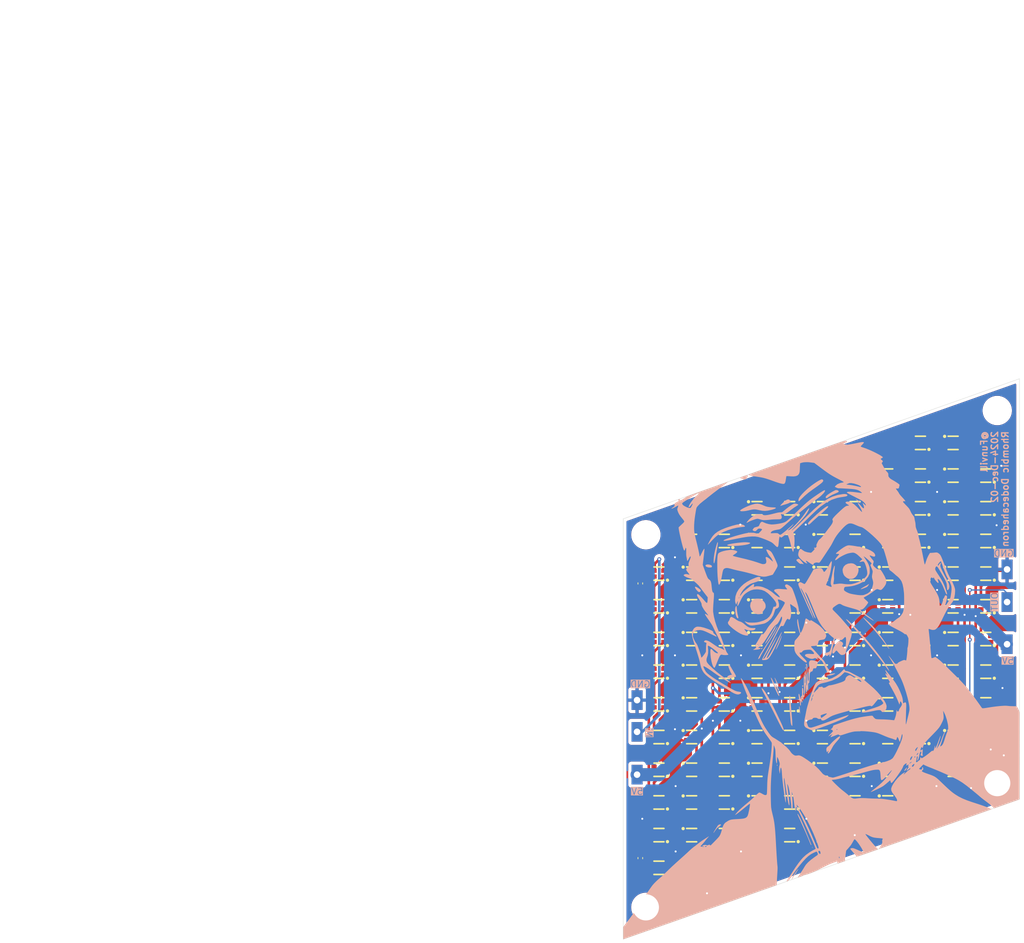
<source format=kicad_pcb>
(kicad_pcb (version 20240108) (generator "pcbnew") (generator_version "8.0")
  (layers (0 "F.Cu" signal) (31 "B.Cu" signal) (34 "B.Paste" user) (35 "F.Paste" user) (36 "B.SilkS" user "B.Silkscreen") (37 "F.SilkS" user "F.Silkscreen") (38 "B.Mask" user) (39 "F.Mask" user) (44 "Edge.Cuts" user))
  (net 0 "")
  (net 1 "GND")
  (net 2 "+5V")
  (net 3 "LED_IN")
  (net 4 "Net-(LED1-DO)")
  (net 5 "Net-(LED2-DO)")
  (net 6 "Net-(LED3-DO)")
  (net 7 "Net-(LED4-DO)")
  (net 8 "Net-(LED5-DO)")
  (net 9 "Net-(LED6-DO)")
  (net 10 "Net-(LED7-DO)")
  (net 11 "Net-(LED8-DO)")
  (net 12 "Net-(LED10-DI)")
  (net 13 "ROW2")
  (net 14 "Net-(LED11-DO)")
  (net 15 "Net-(LED12-DO)")
  (net 16 "Net-(LED13-DO)")
  (net 17 "Net-(LED14-DO)")
  (net 18 "Net-(LED15-DO)")
  (net 19 "Net-(LED16-DO)")
  (net 20 "Net-(LED17-DO)")
  (net 21 "Net-(LED18-DO)")
  (net 22 "Net-(LED19-DO)")
  (net 23 "ROW3")
  (net 24 "Net-(LED21-DO)")
  (net 25 "Net-(LED22-DO)")
  (net 26 "Net-(LED23-DO)")
  (net 27 "Net-(LED24-DO)")
  (net 28 "Net-(LED25-DO)")
  (net 29 "Net-(LED26-DO)")
  (net 30 "Net-(LED27-DO)")
  (net 31 "Net-(LED28-DO)")
  (net 32 "Net-(LED29-DO)")
  (net 33 "ROW4")
  (net 34 "Net-(LED31-DO)")
  (net 35 "Net-(LED32-DO)")
  (net 36 "Net-(LED33-DO)")
  (net 37 "Net-(LED34-DO)")
  (net 38 "Net-(LED35-DO)")
  (net 39 "Net-(LED36-DO)")
  (net 40 "Net-(LED37-DO)")
  (net 41 "Net-(LED38-DO)")
  (net 42 "Net-(LED39-DO)")
  (net 43 "ROW5")
  (net 44 "Net-(LED41-DO)")
  (net 45 "Net-(LED42-DO)")
  (net 46 "Net-(LED43-DO)")
  (net 47 "Net-(LED44-DO)")
  (net 48 "Net-(LED45-DO)")
  (net 49 "Net-(LED46-DO)")
  (net 50 "Net-(LED47-DO)")
  (net 51 "Net-(LED48-DO)")
  (net 52 "Net-(LED49-DO)")
  (net 53 "ROW6")
  (net 54 "Net-(LED51-DO)")
  (net 55 "Net-(LED52-DO)")
  (net 56 "Net-(LED53-DO)")
  (net 57 "Net-(LED54-DO)")
  (net 58 "Net-(LED55-DO)")
  (net 59 "Net-(LED56-DO)")
  (net 60 "Net-(LED57-DO)")
  (net 61 "Net-(LED58-DO)")
  (net 62 "Net-(LED59-DO)")
  (net 63 "ROW7")
  (net 64 "Net-(LED61-DO)")
  (net 65 "Net-(LED62-DO)")
  (net 66 "Net-(LED63-DO)")
  (net 67 "Net-(LED64-DO)")
  (net 68 "Net-(LED65-DO)")
  (net 69 "Net-(LED66-DO)")
  (net 70 "Net-(LED67-DO)")
  (net 71 "Net-(LED68-DO)")
  (net 72 "Net-(LED69-DO)")
  (net 73 "ROW8")
  (net 74 "Net-(LED71-DO)")
  (net 75 "Net-(LED72-DO)")
  (net 76 "Net-(LED73-DO)")
  (net 77 "Net-(LED74-DO)")
  (net 78 "Net-(LED75-DO)")
  (net 79 "Net-(LED76-DO)")
  (net 80 "Net-(LED77-DO)")
  (net 81 "Net-(LED78-DO)")
  (net 82 "Net-(LED79-DO)")
  (net 83 "ROW9")
  (net 84 "Net-(LED81-DO)")
  (net 85 "Net-(LED82-DO)")
  (net 86 "Net-(LED83-DO)")
  (net 87 "Net-(LED84-DO)")
  (net 88 "Net-(LED85-DO)")
  (net 89 "Net-(LED86-DO)")
  (net 90 "Net-(LED87-DO)")
  (net 91 "Net-(LED88-DO)")
  (net 92 "Net-(LED89-DO)")
  (net 93 "ROW10")
  (net 94 "Net-(LED91-DO)")
  (net 95 "Net-(LED92-DO)")
  (net 96 "Net-(LED93-DO)")
  (net 97 "Net-(LED94-DO)")
  (net 98 "Net-(LED95-DO)")
  (net 99 "Net-(LED96-DO)")
  (net 100 "Net-(LED97-DO)")
  (net 101 "Net-(LED98-DO)")
  (net 102 "Net-(LED100-DI)")
  (net 103 "LED_OUT")
  (net 104 "ROW11")
  (net 105 "Net-(LED101-DO)")
  (net 106 "Net-(LED102-DO)")
  (net 107 "Net-(LED103-DO)")
  (net 108 "Net-(LED104-DO)")
  (net 109 "Net-(LED105-DO)")
  (net 110 "Net-(LED106-DO)")
  (net 111 "Net-(LED107-DO)")
  (net 112 "Net-(LED108-DO)")
  (net 113 "Net-(LED109-DO)")
  (net 114 "ROW12")
  (net 115 "Net-(LED111-DO)")
  (net 116 "Net-(LED112-DO)")
  (net 117 "Net-(LED113-DO)")
  (net 118 "Net-(LED114-DO)")
  (net 119 "Net-(LED115-DO)")
  (net 120 "Net-(LED116-DO)")
  (net 121 "Net-(LED117-DO)")
  (net 122 "Net-(LED118-DO)")
  (footprint "XL-1615RGBC-WS2812B:LED-SMD_4P-L1.6-W1.5_XL-1615RGBC-WS2812B" (layer "F.Cu") (at 26.75 69.2 180)
    (property "Reference" "LED6" (hide yes))
    (property "Value" "XL-1615RGBC-WS2812B" (hide yes))
  )
  (footprint "XL-1615RGBC-WS2812B:LED-SMD_4P-L1.6-W1.5_XL-1615RGBC-WS2812B" (layer "F.Cu") (at 61.75 54.2)
    (property "Reference" "LED82" (hide yes))
    (property "Value" "XL-1615RGBC-WS2812B" (hide yes))
  )
  (footprint "pin:Pin_1x01_P2.54mm" (layer "F.Cu") (at 23.4 68.2 180)
    (property "Reference" "J1" (hide yes))
    (property "Value" "Conn_01x01" (hide yes))
  )
  (footprint "XL-1615RGBC-WS2812B:LED-SMD_4P-L1.6-W1.5_XL-1615RGBC-WS2812B" (layer "F.Cu") (at 61.75 44.2)
    (property "Reference" "LED84" (hide yes))
    (property "Value" "XL-1615RGBC-WS2812B" (hide yes))
  )
  (footprint "XL-1615RGBC-WS2812B:LED-SMD_4P-L1.6-W1.5_XL-1615RGBC-WS2812B" (layer "F.Cu") (at 46.75 59.2 180)
    (property "Reference" "LED49" (hide yes))
    (property "Value" "XL-1615RGBC-WS2812B" (hide yes))
  )
  (footprint "XL-1615RGBC-WS2812B:LED-SMD_4P-L1.6-W1.5_XL-1615RGBC-WS2812B" (layer "F.Cu") (at 51.75 39.2)
    (property "Reference" "LED64" (hide yes))
    (property "Value" "XL-1615RGBC-WS2812B" (hide yes))
  )
  (footprint "XL-1615RGBC-WS2812B:LED-SMD_4P-L1.6-W1.5_XL-1615RGBC-WS2812B" (layer "F.Cu") (at 66.75 54.2 180)
    (property "Reference" "LED94" (hide yes))
    (property "Value" "XL-1615RGBC-WS2812B" (hide yes))
  )
  (footprint "XL-1615RGBC-WS2812B:LED-SMD_4P-L1.6-W1.5_XL-1615RGBC-WS2812B" (layer "F.Cu") (at 61.75 34.2)
    (property "Reference" "LED86" (hide yes))
    (property "Value" "XL-1615RGBC-WS2812B" (hide yes))
  )
  (footprint "XL-1615RGBC-WS2812B:LED-SMD_4P-L1.6-W1.5_XL-1615RGBC-WS2812B" (layer "F.Cu") (at 36.75 49.2 180)
    (property "Reference" "LED24" (hide yes))
    (property "Value" "XL-1615RGBC-WS2812B" (hide yes))
  )
  (footprint "Graphics" (layer "F.Cu") (at -73.8 -9.8)
    (property "Reference" "")
    (property "Value" "")
  )
  (footprint "XL-1615RGBC-WS2812B:LED-SMD_4P-L1.6-W1.5_XL-1615RGBC-WS2812B" (layer "F.Cu") (at 56.75 69.2 180)
    (property "Reference" "LED74" (hide yes))
    (property "Value" "XL-1615RGBC-WS2812B" (hide yes))
  )
  (footprint "XL-1615RGBC-WS2812B:LED-SMD_4P-L1.6-W1.5_XL-1615RGBC-WS2812B" (layer "F.Cu") (at 41.75 49.2)
    (property "Reference" "LED40" (hide yes))
    (property "Value" "XL-1615RGBC-WS2812B" (hide yes))
  )
  (footprint "XL-1615RGBC-WS2812B:LED-SMD_4P-L1.6-W1.5_XL-1615RGBC-WS2812B" (layer "F.Cu") (at 41.75 84.2)
    (property "Reference" "LED33" (hide yes))
    (property "Value" "XL-1615RGBC-WS2812B" (hide yes))
  )
  (footprint "XL-1615RGBC-WS2812B:LED-SMD_4P-L1.6-W1.5_XL-1615RGBC-WS2812B" (layer "F.Cu") (at 36.75 64.2 180)
    (property "Reference" "LED27" (hide yes))
    (property "Value" "XL-1615RGBC-WS2812B" (hide yes))
  )
  (footprint "XL-1615RGBC-WS2812B:LED-SMD_4P-L1.6-W1.5_XL-1615RGBC-WS2812B" (layer "F.Cu") (at 56.75 39.2 180)
    (property "Reference" "LED68" (hide yes))
    (property "Value" "XL-1615RGBC-WS2812B" (hide yes))
  )
  (footprint "XL-1615RGBC-WS2812B:LED-SMD_4P-L1.6-W1.5_XL-1615RGBC-WS2812B" (layer "F.Cu") (at 66.75 74.2 180)
    (property "Reference" "LED98" (hide yes))
    (property "Value" "XL-1615RGBC-WS2812B" (hide yes))
  )
  (footprint "XL-1615RGBC-WS2812B:LED-SMD_4P-L1.6-W1.5_XL-1615RGBC-WS2812B" (layer "F.Cu") (at 66.75 34.2 180)
    (property "Reference" "LED90" (hide yes))
    (property "Value" "XL-1615RGBC-WS2812B" (hide yes))
  )
  (footprint "XL-1615RGBC-WS2812B:LED-SMD_4P-L1.6-W1.5_XL-1615RGBC-WS2812B" (layer "F.Cu") (at 61.75 49.2)
    (property "Reference" "LED83" (hide yes))
    (property "Value" "XL-1615RGBC-WS2812B" (hide yes))
  )
  (footprint "XL-1615RGBC-WS2812B:LED-SMD_4P-L1.6-W1.5_XL-1615RGBC-WS2812B" (layer "F.Cu") (at 76.75 69.2 180)
    (property "Reference" "LED119" (hide yes))
    (property "Value" "XL-1615RGBC-WS2812B" (hide yes))
  )
  (footprint "XL-1615RGBC-WS2812B:LED-SMD_4P-L1.6-W1.5_XL-1615RGBC-WS2812B" (layer "F.Cu") (at 41.75 44.2)
    (property "Reference" "LED41" (hide yes))
    (property "Value" "XL-1615RGBC-WS2812B" (hide yes))
  )
  (footprint "XL-1615RGBC-WS2812B:LED-SMD_4P-L1.6-W1.5_XL-1615RGBC-WS2812B" (layer "F.Cu") (at 56.75 54.2 180)
    (property "Reference" "LED71" (hide yes))
    (property "Value" "XL-1615RGBC-WS2812B" (hide yes))
  )
  (footprint "XL-1615RGBC-WS2812B:LED-SMD_4P-L1.6-W1.5_XL-1615RGBC-WS2812B" (layer "F.Cu") (at 41.75 39.2)
    (property "Reference" "LED42" (hide yes))
    (property "Value" "XL-1615RGBC-WS2812B" (hide yes))
  )
  (footprint "XL-1615RGBC-WS2812B:LED-SMD_4P-L1.6-W1.5_XL-1615RGBC-WS2812B" (layer "F.Cu") (at 41.75 69.2)
    (property "Reference" "LED36" (hide yes))
    (property "Value" "XL-1615RGBC-WS2812B" (hide yes))
  )
  (footprint "XL-1615RGBC-WS2812B:LED-SMD_4P-L1.6-W1.5_XL-1615RGBC-WS2812B" (layer "F.Cu") (at 26.75 84.2 180)
    (property "Reference" "LED9" (hide yes))
    (property "Value" "XL-1615RGBC-WS2812B" (hide yes))
  )
  (footprint "XL-1615RGBC-WS2812B:LED-SMD_4P-L1.6-W1.5_XL-1615RGBC-WS2812B" (layer "F.Cu") (at 51.75 59.2)
    (property "Reference" "LED60" (hide yes))
    (property "Value" "XL-1615RGBC-WS2812B" (hide yes))
  )
  (footprint "XL-1615RGBC-WS2812B:LED-SMD_4P-L1.6-W1.5_XL-1615RGBC-WS2812B" (layer "F.Cu") (at 66.75 64.2 180)
    (property "Reference" "LED96" (hide yes))
    (property "Value" "XL-1615RGBC-WS2812B" (hide yes))
  )
  (footprint "XL-1615RGBC-WS2812B:LED-SMD_4P-L1.6-W1.5_XL-1615RGBC-WS2812B" (layer "F.Cu") (at 26.75 59.2 180)
    (property "Reference" "LED4" (hide yes))
    (property "Value" "XL-1615RGBC-WS2812B" (hide yes))
  )
  (footprint "MountingHole:MountingHole_3.2mm_M3" (layer "F.Cu") (at 24.75 95.25)
    (property "Reference" "H2" (hide yes))
    (property "Value" "MountingHole" (hide yes))
  )
  (footprint "XL-1615RGBC-WS2812B:LED-SMD_4P-L1.6-W1.5_XL-1615RGBC-WS2812B" (layer "F.Cu") (at 61.75 29.2)
    (property "Reference" "LED87" (hide yes))
    (property "Value" "XL-1615RGBC-WS2812B" (hide yes))
  )
  (footprint "XL-1615RGBC-WS2812B:LED-SMD_4P-L1.6-W1.5_XL-1615RGBC-WS2812B" (layer "F.Cu") (at 71.75 54.2)
    (property "Reference" "LED104" (hide yes))
    (property "Value" "XL-1615RGBC-WS2812B" (hide yes))
  )
  (footprint "XL-1615RGBC-WS2812B:LED-SMD_4P-L1.6-W1.5_XL-1615RGBC-WS2812B" (layer "F.Cu") (at 66.75 29.2 180)
    (property "Reference" "LED89" (hide yes))
    (property "Value" "XL-1615RGBC-WS2812B" (hide yes))
  )
  (footprint "Capacitor_SMD:C_0402_1005Metric" (layer "F.Cu") (at 23.9 45.7 -90)
    (property "Reference" "ROW1" (hide yes))
    (property "Value" "10uF,10V,X5R" (hide yes))
  )
  (footprint "MountingHole:MountingHole_3.2mm_M3" (layer "F.Cu") (at 78.5 19.25)
    (property "Reference" "H3" (hide yes))
    (property "Value" "MountingHole" (hide yes))
  )
  (footprint "XL-1615RGBC-WS2812B:LED-SMD_4P-L1.6-W1.5_XL-1615RGBC-WS2812B" (layer "F.Cu") (at 71.75 59.2)
    (property "Reference" "LED103" (hide yes))
    (property "Value" "XL-1615RGBC-WS2812B" (hide yes))
  )
  (footprint "XL-1615RGBC-WS2812B:LED-SMD_4P-L1.6-W1.5_XL-1615RGBC-WS2812B" (layer "F.Cu") (at 31.75 59.2)
    (property "Reference" "LED17" (hide yes))
    (property "Value" "XL-1615RGBC-WS2812B" (hide yes))
  )
  (footprint "Graphics" (layer "F.Cu") (at 9.775 7.205)
    (property "Reference" "")
    (property "Value" "")
  )
  (footprint "Capacitor_SMD:C_0402_1005Metric" (layer "F.Cu") (at 43.6 87.6 90)
    (property "Reference" "ROW4" (hide yes))
    (property "Value" "10uF,10V,X5R" (hide yes))
  )
  (footprint "XL-1615RGBC-WS2812B:LED-SMD_4P-L1.6-W1.5_XL-1615RGBC-WS2812B" (layer "F.Cu") (at 66.75 39.2 180)
    (property "Reference" "LED91" (hide yes))
    (property "Value" "XL-1615RGBC-WS2812B" (hide yes))
  )
  (footprint "XL-1615RGBC-WS2812B:LED-SMD_4P-L1.6-W1.5_XL-1615RGBC-WS2812B" (layer "F.Cu") (at 66.75 24.2 180)
    (property "Reference" "LED88" (hide yes))
    (property "Value" "XL-1615RGBC-WS2812B" (hide yes))
  )
  (footprint "XL-1615RGBC-WS2812B:LED-SMD_4P-L1.6-W1.5_XL-1615RGBC-WS2812B" (layer "F.Cu") (at 46.75 79.2 180)
    (property "Reference" "LED53" (hide yes))
    (property "Value" "XL-1615RGBC-WS2812B" (hide yes))
  )
  (footprint "XL-1615RGBC-WS2812B:LED-SMD_4P-L1.6-W1.5_XL-1615RGBC-WS2812B" (layer "F.Cu") (at 71.75 44.2)
    (property "Reference" "LED106" (hide yes))
    (property "Value" "XL-1615RGBC-WS2812B" (hide yes))
  )
  (footprint "XL-1615RGBC-WS2812B:LED-SMD_4P-L1.6-W1.5_XL-1615RGBC-WS2812B" (layer "F.Cu") (at 36.75 84.2 180)
    (property "Reference" "LED31" (hide yes))
    (property "Value" "XL-1615RGBC-WS2812B" (hide yes))
  )
  (footprint "Graphics" (layer "F.Cu") (at 9.234144 -43.285924)
    (property "Reference" "")
    (property "Value" "")
  )
  (footprint "XL-1615RGBC-WS2812B:LED-SMD_4P-L1.6-W1.5_XL-1615RGBC-WS2812B" (layer "F.Cu") (at 36.75 59.2 180)
    (property "Reference" "LED26" (hide yes))
    (property "Value" "XL-1615RGBC-WS2812B" (hide yes))
  )
  (footprint "XL-1615RGBC-WS2812B:LED-SMD_4P-L1.6-W1.5_XL-1615RGBC-WS2812B" (layer "F.Cu") (at 26.75 54.2 180)
    (property "Reference" "LED3" (hide yes))
    (property "Value" "XL-1615RGBC-WS2812B" (hide yes))
  )
  (footprint "XL-1615RGBC-WS2812B:LED-SMD_4P-L1.6-W1.5_XL-1615RGBC-WS2812B" (layer "F.Cu") (at 56.75 74.2 180)
    (property "Reference" "LED75" (hide yes))
    (property "Value" "XL-1615RGBC-WS2812B" (hide yes))
  )
  (footprint "XL-1615RGBC-WS2812B:LED-SMD_4P-L1.6-W1.5_XL-1615RGBC-WS2812B" (layer "F.Cu") (at 36.75 54.2 180)
    (property "Reference" "LED25" (hide yes))
    (property "Value" "XL-1615RGBC-WS2812B" (hide yes))
  )
  (footprint "XL-1615RGBC-WS2812B:LED-SMD_4P-L1.6-W1.5_XL-1615RGBC-WS2812B" (layer "F.Cu") (at 51.75 69.2)
    (property "Reference" "LED58" (hide yes))
    (property "Value" "XL-1615RGBC-WS2812B" (hide yes))
  )
  (footprint "XL-1615RGBC-WS2812B:LED-SMD_4P-L1.6-W1.5_XL-1615RGBC-WS2812B" (layer "F.Cu") (at 56.75 49.2 180)
    (property "Reference" "LED70" (hide yes))
    (property "Value" "XL-1615RGBC-WS2812B" (hide yes))
  )
  (footprint "XL-1615RGBC-WS2812B:LED-SMD_4P-L1.6-W1.5_XL-1615RGBC-WS2812B" (layer "F.Cu") (at 66.75 59.2 180)
    (property "Reference" "LED95" (hide yes))
    (property "Value" "XL-1615RGBC-WS2812B" (hide yes))
  )
  (footprint "pin:Pin_1x01_P2.54mm" (layer "F.Cu") (at 80 43.75)
    (property "Reference" "J6" (hide yes))
    (property "Value" "Conn_01x01" (hide yes))
  )
  (footprint "XL-1615RGBC-WS2812B:LED-SMD_4P-L1.6-W1.5_XL-1615RGBC-WS2812B" (layer "F.Cu") (at 36.75 79.2 180)
    (property "Reference" "LED30" (hide yes))
    (property "Value" "XL-1615RGBC-WS2812B" (hide yes))
  )
  (footprint "XL-1615RGBC-WS2812B:LED-SMD_4P-L1.6-W1.5_XL-1615RGBC-WS2812B" (layer "F.Cu") (at 76.75 29.2 180)
    (property "Reference" "LED111" (hide yes))
    (property "Value" "XL-1615RGBC-WS2812B" (hide yes))
  )
  (footprint "XL-1615RGBC-WS2812B:LED-SMD_4P-L1.6-W1.5_XL-1615RGBC-WS2812B" (layer "F.Cu") (at 61.75 74.2)
    (property "Reference" "LED78" (hide yes))
    (property "Value" "XL-1615RGBC-WS2812B" (hide yes))
  )
  (footprint "XL-1615RGBC-WS2812B:LED-SMD_4P-L1.6-W1.5_XL-1615RGBC-WS2812B" (layer "F.Cu") (at 76.75 39.2 180)
    (property "Reference" "LED113" (hide yes))
    (property "Value" "XL-1615RGBC-WS2812B" (hide yes))
  )
  (footprint "XL-1615RGBC-WS2812B:LED-SMD_4P-L1.6-W1.5_XL-1615RGBC-WS2812B" (layer "F.Cu") (at 26.75 89.2 180)
    (property "Reference" "LED10" (hide yes))
    (property "Value" "XL-1615RGBC-WS2812B" (hide yes))
  )
  (footprint "XL-1615RGBC-WS2812B:LED-SMD_4P-L1.6-W1.5_XL-1615RGBC-WS2812B" (layer "F.Cu") (at 36.75 69.2 180)
    (property "Reference" "LED28" (hide yes))
    (property "Value" "XL-1615RGBC-WS2812B" (hide yes))
  )
  (footprint "Graphics" (layer "F.Cu") (at 9.725 7.305)
    (property "Reference" "")
    (property "Value" "")
  )
  (footprint "XL-1615RGBC-WS2812B:LED-SMD_4P-L1.6-W1.5_XL-1615RGBC-WS2812B" (layer "F.Cu") (at 71.75 49.2)
    (property "Reference" "LED105" (hide yes))
    (property "Value" "XL-1615RGBC-WS2812B" (hide yes))
  )
  (footprint "XL-1615RGBC-WS2812B:LED-SMD_4P-L1.6-W1.5_XL-1615RGBC-WS2812B" (layer "F.Cu") (at 46.75 74.2 180)
    (property "Reference" "LED52" (hide yes))
    (property "Value" "XL-1615RGBC-WS2812B" (hide yes))
  )
  (footprint "XL-1615RGBC-WS2812B:LED-SMD_4P-L1.6-W1.5_XL-1615RGBC-WS2812B" (layer "F.Cu") (at 56.75 34.2 180)
    (property "Reference" "LED67" (hide yes))
    (property "Value" "XL-1615RGBC-WS2812B" (hide yes))
  )
  (footprint "XL-1615RGBC-WS2812B:LED-SMD_4P-L1.6-W1.5_XL-1615RGBC-WS2812B" (layer "F.Cu") (at 66.75 49.2 180)
    (property "Reference" "LED93" (hide yes))
    (property "Value" "XL-1615RGBC-WS2812B" (hide yes))
  )
  (footprint "pin:Pin_1x01_P2.54mm" (layer "F.Cu") (at 23.4 63.75)
    (property "Reference" "J4" (hide yes))
    (property "Value" "Conn_01x01" (hide yes))
  )
  (footprint "XL-1615RGBC-WS2812B:LED-SMD_4P-L1.6-W1.5_XL-1615RGBC-WS2812B" (layer "F.Cu") (at 71.75 64.2)
    (property "Reference" "LED102" (hide yes))
    (property "Value" "XL-1615RGBC-WS2812B" (hide yes))
  )
  (footprint "Graphics" (layer "F.Cu") (at -73.8 -9.8)
    (property "Reference" "")
    (property "Value" "")
  )
  (footprint "XL-1615RGBC-WS2812B:LED-SMD_4P-L1.6-W1.5_XL-1615RGBC-WS2812B" (layer "F.Cu") (at 61.75 79.2)
    (property "Reference" "LED77" (hide yes))
    (property "Value" "XL-1615RGBC-WS2812B" (hide yes))
  )
  (footprint "XL-1615RGBC-WS2812B:LED-SMD_4P-L1.6-W1.5_XL-1615RGBC-WS2812B" (layer "F.Cu") (at 36.75 74.2 180)
    (property "Reference" "LED29" (hide yes))
    (property "Value" "XL-1615RGBC-WS2812B" (hide yes))
  )
  (footprint "Graphics" (layer "F.Cu") (at 9.234144 -43.285924)
    (property "Reference" "")
    (property "Value" "")
  )
  (footprint "XL-1615RGBC-WS2812B:LED-SMD_4P-L1.6-W1.5_XL-1615RGBC-WS2812B" (layer "F.Cu") (at 71.75 24.2)
    (property "Reference" "LED110" (hide yes))
    (property "Value" "XL-1615RGBC-WS2812B" (hide yes))
  )
  (footprint "XL-1615RGBC-WS2812B:LED-SMD_4P-L1.6-W1.5_XL-1615RGBC-WS2812B" (layer "F.Cu") (at 56.75 29.2 180)
    (property "Reference" "LED66" (hide yes))
    (property "Value" "XL-1615RGBC-WS2812B" (hide yes))
  )
  (footprint "XL-1615RGBC-WS2812B:LED-SMD_4P-L1.6-W1.5_XL-1615RGBC-WS2812B" (layer "F.Cu") (at 61.75 64.2)
    (property "Reference" "LED80" (hide yes))
    (property "Value" "XL-1615RGBC-WS2812B" (hide yes))
  )
  (footprint "XL-1615RGBC-WS2812B:LED-SMD_4P-L1.6-W1.5_XL-1615RGBC-WS2812B" (layer "F.Cu") (at 31.75 84.2)
    (property "Reference" "LED12" (hide yes))
    (property "Value" "XL-1615RGBC-WS2812B" (hide yes))
  )
  (footprint "XL-1615RGBC-WS2812B:LED-SMD_4P-L1.6-W1.5_XL-1615RGBC-WS2812B" (layer "F.Cu") (at 26.75 79.2 180)
    (property "Reference" "LED8" (hide yes))
    (property "Value" "XL-1615RGBC-WS2812B" (hide yes))
  )
  (footprint "XL-1615RGBC-WS2812B:LED-SMD_4P-L1.6-W1.5_XL-1615RGBC-WS2812B" (layer "F.Cu") (at 51.75 84.2)
    (property "Reference" "LED55" (hide yes))
    (property "Value" "XL-1615RGBC-WS2812B" (hide yes))
  )
  (footprint "XL-1615RGBC-WS2812B:LED-SMD_4P-L1.6-W1.5_XL-1615RGBC-WS2812B" (layer "F.Cu") (at 46.75 84.2 180)
    (property "Reference" "LED54" (hide yes))
    (property "Value" "XL-1615RGBC-WS2812B" (hide yes))
  )
  (footprint "XL-1615RGBC-WS2812B:LED-SMD_4P-L1.6-W1.5_XL-1615RGBC-WS2812B" (layer "F.Cu") (at 51.75 79.2)
    (property "Reference" "LED56" (hide yes))
    (property "Value" "XL-1615RGBC-WS2812B" (hide yes))
  )
  (footprint "XL-1615RGBC-WS2812B:LED-SMD_4P-L1.6-W1.5_XL-1615RGBC-WS2812B" (layer "F.Cu") (at 51.75 64.2)
    (property "Reference" "LED59" (hide yes))
    (property "Value" "XL-1615RGBC-WS2812B" (hide yes))
  )
  (footprint "XL-1615RGBC-WS2812B:LED-SMD_4P-L1.6-W1.5_XL-1615RGBC-WS2812B" (layer "F.Cu") (at 41.75 34.2)
    (property "Reference" "LED43" (hide yes))
    (property "Value" "XL-1615RGBC-WS2812B" (hide yes))
  )
  (footprint "XL-1615RGBC-WS2812B:LED-SMD_4P-L1.6-W1.5_XL-1615RGBC-WS2812B" (layer "F.Cu") (at 26.75 64.2 180)
    (property "Reference" "LED5" (hide yes))
    (property "Value" "XL-1615RGBC-WS2812B" (hide yes))
  )
  (footprint "XL-1615RGBC-WS2812B:LED-SMD_4P-L1.6-W1.5_XL-1615RGBC-WS2812B" (layer "F.Cu") (at 26.75 49.2 180)
    (property "Reference" "LED2" (hide yes))
    (property "Value" "XL-1615RGBC-WS2812B" (hide yes))
  )
  (footprint "XL-1615RGBC-WS2812B:LED-SMD_4P-L1.6-W1.5_XL-1615RGBC-WS2812B" (layer "F.Cu") (at 46.75 44.2 180)
    (property "Reference" "LED46" (hide yes))
    (property "Value" "XL-1615RGBC-WS2812B" (hide yes))
  )
  (footprint "XL-1615RGBC-WS2812B:LED-SMD_4P-L1.6-W1.5_XL-1615RGBC-WS2812B" (layer "F.Cu") (at 41.75 59.2)
    (property "Reference" "LED38" (hide yes))
    (property "Value" "XL-1615RGBC-WS2812B" (hide yes))
  )
  (footprint "pin:Pin_1x01_P2.54mm" (layer "F.Cu") (at 80 48.75)
    (property "Reference" "J2" (hide yes))
    (property "Value" "Conn_01x01" (hide yes))
  )
  (footprint "Graphics" (layer "F.Cu") (at -73.8 -9.8)
    (property "Reference" "")
    (property "Value" "")
  )
  (footprint "XL-1615RGBC-WS2812B:LED-SMD_4P-L1.6-W1.5_XL-1615RGBC-WS2812B" (layer "F.Cu") (at 41.75 74.2)
    (property "Reference" "LED35" (hide yes))
    (property "Value" "XL-1615RGBC-WS2812B" (hide yes))
  )
  (footprint "XL-1615RGBC-WS2812B:LED-SMD_4P-L1.6-W1.5_XL-1615RGBC-WS2812B" (layer "F.Cu") (at 41.75 79.2)
    (property "Reference" "LED34" (hide yes))
    (property "Value" "XL-1615RGBC-WS2812B" (hide yes))
  )
  (footprint "XL-1615RGBC-WS2812B:LED-SMD_4P-L1.6-W1.5_XL-1615RGBC-WS2812B" (layer "F.Cu") (at 31.75 54.2)
    (property "Reference" "LED18" (hide yes))
    (property "Value" "XL-1615RGBC-WS2812B" (hide yes))
  )
  (footprint "XL-1615RGBC-WS2812B:LED-SMD_4P-L1.6-W1.5_XL-1615RGBC-WS2812B" (layer "F.Cu") (at 71.75 29.2)
    (property "Reference" "LED109" (hide yes))
    (property "Value" "XL-1615RGBC-WS2812B" (hide yes))
  )
  (footprint "XL-1615RGBC-WS2812B:LED-SMD_4P-L1.6-W1.5_XL-1615RGBC-WS2812B" (layer "F.Cu") (at 36.75 44.2 180)
    (property "Reference" "LED23" (hide yes))
    (property "Value" "XL-1615RGBC-WS2812B" (hide yes))
  )
  (footprint "XL-1615RGBC-WS2812B:LED-SMD_4P-L1.6-W1.5_XL-1615RGBC-WS2812B" (layer "F.Cu") (at 76.75 64.2 180)
    (property "Reference" "LED118" (hide yes))
    (property "Value" "XL-1615RGBC-WS2812B" (hide yes))
  )
  (footprint "XL-1615RGBC-WS2812B:LED-SMD_4P-L1.6-W1.5_XL-1615RGBC-WS2812B" (layer "F.Cu") (at 41.75 54.2)
    (property "Reference" "LED39" (hide yes))
    (property "Value" "XL-1615RGBC-WS2812B" (hide yes))
  )
  (footprint "XL-1615RGBC-WS2812B:LED-SMD_4P-L1.6-W1.5_XL-1615RGBC-WS2812B" (layer "F.Cu") (at 51.75 34.2)
    (property "Reference" "LED65" (hide yes))
    (property "Value" "XL-1615RGBC-WS2812B" (hide yes))
  )
  (footprint "Graphics" (layer "F.Cu") (at 9.234144 -43.285924)
    (property "Reference" "")
    (property "Value" "")
  )
  (footprint "Graphics" (layer "F.Cu") (at -73.8 -9.8)
    (property "Reference" "")
    (property "Value" "")
  )
  (footprint "XL-1615RGBC-WS2812B:LED-SMD_4P-L1.6-W1.5_XL-1615RGBC-WS2812B" (layer "F.Cu") (at 31.75 69.2)
    (property "Reference" "LED15" (hide yes))
    (property "Value" "XL-1615RGBC-WS2812B" (hide yes))
  )
  (footprint "pin:Pin_1x01_P2.54mm" (layer "F.Cu") (at 80 55.2)
    (property "Reference" "J3" (hide yes))
    (property "Value" "Conn_01x01" (hide yes))
  )
  (footprint "XL-1615RGBC-WS2812B:LED-SMD_4P-L1.6-W1.5_XL-1615RGBC-WS2812B" (layer "F.Cu") (at 56.75 59.2 180)
    (property "Reference" "LED72" (hide yes))
    (property "Value" "XL-1615RGBC-WS2812B" (hide yes))
  )
  (footprint "XL-1615RGBC-WS2812B:LED-SMD_4P-L1.6-W1.5_XL-1615RGBC-WS2812B" (layer "F.Cu") (at 66.75 69.2 180)
    (property "Reference" "LED97" (hide yes))
    (property "Value" "XL-1615RGBC-WS2812B" (hide yes))
  )
  (footprint "XL-1615RGBC-WS2812B:LED-SMD_4P-L1.6-W1.5_XL-1615RGBC-WS2812B" (layer "F.Cu") (at 61.75 69.2)
    (property "Reference" "LED79" (hide yes))
    (property "Value" "XL-1615RGBC-WS2812B" (hide yes))
  )
  (footprint "Capacitor_SMD:C_0402_1005Metric" (layer "F.Cu") (at 54.8 82.8 90)
    (property "Reference" "ROW5" (hide yes))
    (property "Value" "10uF,10V,X5R" (hide yes))
  )
  (footprint "XL-1615RGBC-WS2812B:LED-SMD_4P-L1.6-W1.5_XL-1615RGBC-WS2812B" (layer "F.Cu") (at 46.75 34.2 180)
    (property "Reference" "LED44" (hide yes))
    (property "Value" "XL-1615RGBC-WS2812B" (hide yes))
  )
  (footprint "XL-1615RGBC-WS2812B:LED-SMD_4P-L1.6-W1.5_XL-1615RGBC-WS2812B" (layer "F.Cu") (at 71.75 34.2)
    (property "Reference" "LED108" (hide yes))
    (property "Value" "XL-1615RGBC-WS2812B" (hide yes))
  )
  (footprint "XL-1615RGBC-WS2812B:LED-SMD_4P-L1.6-W1.5_XL-1615RGBC-WS2812B" (layer "F.Cu") (at 71.75 69.2)
    (property "Reference" "LED101" (hide yes))
    (property "Value" "XL-1615RGBC-WS2812B" (hide yes))
  )
  (footprint "XL-1615RGBC-WS2812B:LED-SMD_4P-L1.6-W1.5_XL-1615RGBC-WS2812B" (layer "F.Cu") (at 26.75 44.2 180)
    (property "Reference" "LED1" (hide yes))
    (property "Value" "XL-1615RGBC-WS2812B" (hide yes))
  )
  (footprint "Capacitor_SMD:C_0402_1005Metric" (layer "F.Cu") (at 34.7 90.9 90)
    (property "Reference" "ROW3" (hide yes))
    (property "Value" "10uF,10V,X5R" (hide yes))
  )
  (footprint "XL-1615RGBC-WS2812B:LED-SMD_4P-L1.6-W1.5_XL-1615RGBC-WS2812B" (layer "F.Cu") (at 51.75 44.2)
    (property "Reference" "LED63" (hide yes))
    (property "Value" "XL-1615RGBC-WS2812B" (hide yes))
  )
  (footprint "XL-1615RGBC-WS2812B:LED-SMD_4P-L1.6-W1.5_XL-1615RGBC-WS2812B" (layer "F.Cu") (at 66.75 79.2 180)
    (property "Reference" "LED99" (hide yes))
    (property "Value" "XL-1615RGBC-WS2812B" (hide yes))
  )
  (footprint "XL-1615RGBC-WS2812B:LED-SMD_4P-L1.6-W1.5_XL-1615RGBC-WS2812B" (layer "F.Cu") (at 36.75 39.2 180)
    (property "Reference" "LED22" (hide yes))
    (property "Value" "XL-1615RGBC-WS2812B" (hide yes))
  )
  (footprint "XL-1615RGBC-WS2812B:LED-SMD_4P-L1.6-W1.5_XL-1615RGBC-WS2812B" (layer "F.Cu") (at 66.75 44.2 180)
    (property "Reference" "LED92" (hide yes))
    (property "Value" "XL-1615RGBC-WS2812B" (hide yes))
  )
  (footprint "XL-1615RGBC-WS2812B:LED-SMD_4P-L1.6-W1.5_XL-1615RGBC-WS2812B" (layer "F.Cu") (at 56.75 44.2 180)
    (property "Reference" "LED69" (hide yes))
    (property "Value" "XL-1615RGBC-WS2812B" (hide yes))
  )
  (footprint "MountingHole:MountingHole_3.2mm_M3" (layer "F.Cu") (at 78.5 76.25)
    (property "Reference" "H4" (hide yes))
    (property "Value" "MountingHole" (hide yes))
  )
  (footprint "XL-1615RGBC-WS2812B:LED-SMD_4P-L1.6-W1.5_XL-1615RGBC-WS2812B" (layer "F.Cu") (at 51.75 74.2)
    (property "Reference" "LED57" (hide yes))
    (property "Value" "XL-1615RGBC-WS2812B" (hide yes))
  )
  (footprint "XL-1615RGBC-WS2812B:LED-SMD_4P-L1.6-W1.5_XL-1615RGBC-WS2812B" (layer "F.Cu") (at 76.75 49.2 180)
    (property "Reference" "LED115" (hide yes))
    (property "Value" "XL-1615RGBC-WS2812B" (hide yes))
  )
  (footprint "Graphics" (layer "F.Cu") (at -73.8 -9.8)
    (property "Reference" "")
    (property "Value" "")
  )
  (footprint "Graphics" (layer "F.Cu") (at 9.234144 -43.285924)
    (property "Reference" "")
    (property "Value" "")
  )
  (footprint "XL-1615RGBC-WS2812B:LED-SMD_4P-L1.6-W1.5_XL-1615RGBC-WS2812B" (layer "F.Cu") (at 31.75 74.2)
    (property "Reference" "LED14" (hide yes))
    (property "Value" "XL-1615RGBC-WS2812B" (hide yes))
  )
  (footprint "XL-1615RGBC-WS2812B:LED-SMD_4P-L1.6-W1.5_XL-1615RGBC-WS2812B" (layer "F.Cu") (at 31.75 64.2)
    (property "Reference" "LED16" (hide yes))
    (property "Value" "XL-1615RGBC-WS2812B" (hide yes))
  )
  (footprint "XL-1615RGBC-WS2812B:LED-SMD_4P-L1.6-W1.5_XL-1615RGBC-WS2812B" (layer "F.Cu") (at 46.75 64.2 180)
    (property "Reference" "LED50" (hide yes))
    (property "Value" "XL-1615RGBC-WS2812B" (hide yes))
  )
  (footprint "XL-1615RGBC-WS2812B:LED-SMD_4P-L1.6-W1.5_XL-1615RGBC-WS2812B" (layer "F.Cu") (at 61.75 59.2)
    (property "Reference" "LED81" (hide yes))
    (property "Value" "XL-1615RGBC-WS2812B" (hide yes))
  )
  (footprint "XL-1615RGBC-WS2812B:LED-SMD_4P-L1.6-W1.5_XL-1615RGBC-WS2812B" (layer "F.Cu") (at 56.75 64.2 180)
    (property "Reference" "LED73" (hide yes))
    (property "Value" "XL-1615RGBC-WS2812B" (hide yes))
  )
  (footprint "Capacitor_SMD:C_0402_1005Metric" (layer "F.Cu") (at 23.9 87.72 90)
    (property "Reference" "ROW2" (hide yes))
    (property "Value" "10uF,10V,X5R" (hide yes))
  )
  (footprint "XL-1615RGBC-WS2812B:LED-SMD_4P-L1.6-W1.5_XL-1615RGBC-WS2812B" (layer "F.Cu") (at 31.75 44.2)
    (property "Reference" "LED20" (hide yes))
    (property "Value" "XL-1615RGBC-WS2812B" (hide yes))
  )
  (footprint "XL-1615RGBC-WS2812B:LED-SMD_4P-L1.6-W1.5_XL-1615RGBC-WS2812B" (layer "F.Cu") (at 51.75 54.2)
    (property "Reference" "LED61" (hide yes))
    (property "Value" "XL-1615RGBC-WS2812B" (hide yes))
  )
  (footprint "Graphics" (layer "F.Cu") (at 9.234144 -43.285924)
    (property "Reference" "")
    (property "Value" "")
  )
  (footprint "XL-1615RGBC-WS2812B:LED-SMD_4P-L1.6-W1.5_XL-1615RGBC-WS2812B" (layer "F.Cu") (at 71.75 74.2)
    (property "Reference" "LED100" (hide yes))
    (property "Value" "XL-1615RGBC-WS2812B" (hide yes))
  )
  (footprint "MountingHole:MountingHole_3.2mm_M3" (layer "F.Cu") (at 24.75 38.25)
    (property "Reference" "H1" (hide yes))
    (property "Value" "MountingHole" (hide yes))
  )
  (footprint "Graphics" (layer "F.Cu") (at 9.775 7.205)
    (property "Reference" "")
    (property "Value" "")
  )
  (footprint "XL-1615RGBC-WS2812B:LED-SMD_4P-L1.6-W1.5_XL-1615RGBC-WS2812B" (layer "F.Cu") (at 56.75 79.2 180)
    (property "Reference" "LED76" (hide yes))
    (property "Value" "XL-1615RGBC-WS2812B" (hide yes))
  )
  (footprint "XL-1615RGBC-WS2812B:LED-SMD_4P-L1.6-W1.5_XL-1615RGBC-WS2812B" (layer "F.Cu") (at 31.75 79.2)
    (property "Reference" "LED13" (hide yes))
    (property "Value" "XL-1615RGBC-WS2812B" (hide yes))
  )
  (footprint "XL-1615RGBC-WS2812B:LED-SMD_4P-L1.6-W1.5_XL-1615RGBC-WS2812B" (layer "F.Cu") (at 61.75 39.2)
    (property "Reference" "LED85" (hide yes))
    (property "Value" "XL-1615RGBC-WS2812B" (hide yes))
  )
  (footprint "XL-1615RGBC-WS2812B:LED-SMD_4P-L1.6-W1.5_XL-1615RGBC-WS2812B" (layer "F.Cu") (at 26.75 74.2 180)
    (property "Reference" "LED7" (hide yes))
    (property "Value" "XL-1615RGBC-WS2812B" (hide yes))
  )
  (footprint "XL-1615RGBC-WS2812B:LED-SMD_4P-L1.6-W1.5_XL-1615RGBC-WS2812B" (layer "F.Cu") (at 76.75 34.2 180)
    (property "Reference" "LED112" (hide yes))
    (property "Value" "XL-1615RGBC-WS2812B" (hide yes))
  )
  (footprint "Graphics" (layer "F.Cu") (at 9.775 7.205)
    (property "Reference" "")
    (property "Value" "")
  )
  (footprint "Graphics" (layer "F.Cu") (at 9.775 7.205)
    (property "Reference" "")
    (property "Value" "")
  )
  (footprint "XL-1615RGBC-WS2812B:LED-SMD_4P-L1.6-W1.5_XL-1615RGBC-WS2812B" (layer "F.Cu") (at 31.75 49.2)
    (property "Reference" "LED19" (hide yes))
    (property "Value" "XL-1615RGBC-WS2812B" (hide yes))
  )
  (footprint "XL-1615RGBC-WS2812B:LED-SMD_4P-L1.6-W1.5_XL-1615RGBC-WS2812B" (layer "F.Cu") (at 76.75 44.2 180)
    (property "Reference" "LED114" (hide yes))
    (property "Value" "XL-1615RGBC-WS2812B" (hide yes))
  )
  (footprint "XL-1615RGBC-WS2812B:LED-SMD_4P-L1.6-W1.5_XL-1615RGBC-WS2812B" (layer "F.Cu") (at 76.75 54.2 180)
    (property "Reference" "LED116" (hide yes))
    (property "Value" "XL-1615RGBC-WS2812B" (hide yes))
  )
  (footprint "XL-1615RGBC-WS2812B:LED-SMD_4P-L1.6-W1.5_XL-1615RGBC-WS2812B" (layer "F.Cu") (at 46.75 49.2 180)
    (property "Reference" "LED47" (hide yes))
    (property "Value" "XL-1615RGBC-WS2812B" (hide yes))
  )
  (footprint "XL-1615RGBC-WS2812B:LED-SMD_4P-L1.6-W1.5_XL-1615RGBC-WS2812B" (layer "F.Cu") (at 31.75 39.2)
    (property "Reference" "LED21" (hide yes))
    (property "Value" "XL-1615RGBC-WS2812B" (hide yes))
  )
  (footprint "XL-1615RGBC-WS2812B:LED-SMD_4P-L1.6-W1.5_XL-1615RGBC-WS2812B" (layer "F.Cu") (at 51.75 49.2)
    (property "Reference" "LED62" (hide yes))
    (property "Value" "XL-1615RGBC-WS2812B" (hide yes))
  )
  (footprint "XL-1615RGBC-WS2812B:LED-SMD_4P-L1.6-W1.5_XL-1615RGBC-WS2812B" (layer "F.Cu") (at 46.75 69.2 180)
    (property "Reference" "LED51" (hide yes))
    (property "Value" "XL-1615RGBC-WS2812B" (hide yes))
  )
  (footprint "XL-1615RGBC-WS2812B:LED-SMD_4P-L1.6-W1.5_XL-1615RGBC-WS2812B" (layer "F.Cu") (at 41.75 64.2)
    (property "Reference" "LED37" (hide yes))
    (property "Value" "XL-1615RGBC-WS2812B" (hide yes))
  )
  (footprint "Capacitor_SMD:C_0402_1005Metric" (layer "F.Cu") (at 74.8 72.7 90)
    (property "Reference" "ROW6" (hide yes))
    (property "Value" "10uF,10V,X5R" (hide yes))
  )
  (footprint "pin:Pin_1x01_P2.54mm" (layer "F.Cu") (at 23.4 75.15)
    (property "Reference" "J5" (hide yes))
    (property "Value" "Conn_01x01" (hide yes))
  )
  (footprint "XL-1615RGBC-WS2812B:LED-SMD_4P-L1.6-W1.5_XL-1615RGBC-WS2812B" (layer "F.Cu") (at 36.75 89.2 180)
    (property "Reference" "LED32" (hide yes))
    (property "Value" "XL-1615RGBC-WS2812B" (hide yes))
  )
  (footprint "XL-1615RGBC-WS2812B:LED-SMD_4P-L1.6-W1.5_XL-1615RGBC-WS2812B" (layer "F.Cu") (at 46.75 54.2 180)
    (property "Reference" "LED48" (hide yes))
    (property "Value" "XL-1615RGBC-WS2812B" (hide yes))
  )
  (footprint "XL-1615RGBC-WS2812B:LED-SMD_4P-L1.6-W1.5_XL-1615RGBC-WS2812B" (layer "F.Cu") (at 71.75 39.2)
    (property "Reference" "LED107" (hide yes))
    (property "Value" "XL-1615RGBC-WS2812B" (hide yes))
  )
  (footprint "XL-1615RGBC-WS2812B:LED-SMD_4P-L1.6-W1.5_XL-1615RGBC-WS2812B" (layer "F.Cu") (at 46.75 39.2 180)
    (property "Reference" "LED45" (hide yes))
    (property "Value" "XL-1615RGBC-WS2812B" (hide yes))
  )
  (footprint "XL-1615RGBC-WS2812B:LED-SMD_4P-L1.6-W1.5_XL-1615RGBC-WS2812B" (layer "F.Cu") (at 31.75 89.2)
    (property "Reference" "LED11" (hide yes))
    (property "Value" "XL-1615RGBC-WS2812B" (hide yes))
  )
  (footprint "XL-1615RGBC-WS2812B:LED-SMD_4P-L1.6-W1.5_XL-1615RGBC-WS2812B" (layer "F.Cu") (at 76.75 59.2 180)
    (property "Reference" "LED117" (hide yes))
    (property "Value" "XL-1615RGBC-WS2812B" (hide yes))
  )
  (footprint "Graphics" (layer "B.Cu") (at 9.234144 -43.285924)
    (property "Reference" "")
    (property "Value" "")
  )
  (footprint "pin:Pin_1x01_P2.54mm_smt" (layer "B.Cu") (at 53.65 56.7 180)
    (property "Reference" "J8" (hide yes))
    (property "Value" "Conn_01x01_Pin" (hide yes))
  )
  (footprint "pin:Pin_1x01_P2.54mm_smt" (layer "B.Cu") (at 67.9 50.7 180)
    (property "Reference" "J7" (hide yes))
    (property "Value" "Conn_01x01_Pin" (hide yes))
  )
  (footprint "pin:Pin_1x01_P2.54mm_smt" (layer "B.Cu") (at 39.15 62.7 180)
    (property "Reference" "J9" (hide yes))
    (property "Value" "Conn_01x01_Pin" (hide yes))
  )
  (footprint "Graphics" (layer "B.Cu") (at 9.775 7.205)
    (property "Reference" "")
    (property "Value" "")
  )
  (footprint "Graphics" (layer "B.Cu") (at -73.8 -9.8)
    (property "Reference" "")
    (property "Value" "")
  )
  (gr_line (start 81.9 78.685) (end 21.28 100.12) (stroke (width 0.05)) (layer "Edge.Cuts"))
  (gr_line (start 81.9 14.388) (end 81.9 78.685) (stroke (width 0.05)) (layer "Edge.Cuts"))
  (gr_line (start 21.28 100.12) (end 21.28 35.82) (stroke (width 0.05)) (layer "Edge.Cuts"))
  (gr_line (start 21.28 35.82) (end 81.9 14.388) (stroke (width 0.05)) (layer "Edge.Cuts"))
  (gr_text "GND" (at 81.1 41.7 0) (layer "B.SilkS" knockout) (effects (font (size 1 1) (thickness 0.1)) (justify left bottom mirror)))
  (gr_text "OUT" (at 78.7 47 90) (layer "B.SilkS" knockout) (effects (font (size 1 1) (thickness 0.1)) (justify left bottom mirror)))
  (gr_text "@Funvill\n2024-Dec-02\nRhombic Dodecahedron" (at 80.3 22.3 90) (layer "B.SilkS") (effects (font (size 1 1) (thickness 0.2) (bold yes)) (justify left bottom mirror)))
  (gr_text "\nIN" (at 25.9 67.7 90) (layer "B.SilkS" knockout) (effects (font (size 1 1) (thickness 0.1)) (justify left bottom mirror)))
  (gr_text "5V" (at 24.4 78.1 0) (layer "B.SilkS" knockout) (effects (font (size 1 1) (thickness 0.1)) (justify left bottom mirror)))
  (gr_text "5V" (at 81.1 58.1 0) (layer "B.SilkS" knockout) (effects (font (size 1 1) (thickness 0.1)) (justify left bottom mirror)))
  (gr_text "GND" (at 25.5 61.7 0) (layer "B.SilkS" knockout) (effects (font (size 1 1) (thickness 0.1)) (justify left bottom mirror)))
  (segment (start 79.8 43.75) (end 80 43.55) (width 0.4) (layer "F.Cu") (net 1))
  (segment (start 77.5 43.75) (end 79.8 43.75) (width 0.4) (layer "F.Cu") (net 1))
  (via (at 49.3 81.7) (size 0.6) (drill 0.3) (layers "F.Cu" "B.Cu") (net 1))
  (via (at 69.3 31.7) (size 0.6) (drill 0.3) (layers "F.Cu" "B.Cu") (net 1))
  (via (at 59.2 31.7) (size 0.6) (drill 0.3) (layers "F.Cu" "B.Cu") (net 1))
  (via (at 39.2 36.7) (size 0.6) (drill 0.3) (layers "F.Cu" "B.Cu") (net 1))
  (via (at 49.3 66.7) (size 0.6) (drill 0.3) (layers "F.Cu" "B.Cu") (net 1))
  (via (at 24.2 81.7) (size 0.6) (drill 0.3) (layers "F.Cu" "B.Cu") (net 1))
  (via (at 29.2 68) (size 0.6) (drill 0.3) (layers "F.Cu" "B.Cu") (net 1))
  (via (at 79.1 27.7) (size 0.6) (drill 0.3) (layers "F.Cu" "B.Cu") (net 1))
  (via (at 34.1 93.1) (size 0.6) (drill 0.3) (layers "F.Cu" "B.Cu") (net 1))
  (via (at 78.4 36.8) (size 0.6) (drill 0.3) (layers "F.Cu" "B.Cu") (net 1))
  (via (at 74.5 77) (size 0.6) (drill 0.3) (layers "F.Cu" "B.Cu") (net 1))
  (via (at 59.2 56.7) (size 0.6) (drill 0.3) (layers "F.Cu" "B.Cu") (net 1))
  (via (at 29.3 76.7) (size 0.6) (drill 0.3) (layers "F.Cu" "B.Cu") (net 1))
  (via (at 24.2 56.7) (size 0.6) (drill 0.3) (layers "F.Cu" "B.Cu") (net 1))
  (via (at 39.3 86.7) (size 0.6) (drill 0.3) (layers "F.Cu" "B.Cu") (net 1))
  (via (at 69.2 76.7) (size 0.6) (drill 0.3) (layers "F.Cu" "B.Cu") (net 1))
  (via (at 29.2 41.7) (size 0.6) (drill 0.3) (layers "F.Cu" "B.Cu") (net 1))
  (via (at 49.3 51.7) (size 0.6) (drill 0.3) (layers "F.Cu" "B.Cu") (net 1))
  (via (at 29.3 86.7) (size 0.6) (drill 0.3) (layers "F.Cu" "B.Cu") (net 1))
  (via (at 39.2 66.7) (size 0.6) (drill 0.3) (layers "F.Cu" "B.Cu") (net 1))
  (via (at 56.7 84.2) (size 0.6) (drill 0.3) (layers "F.Cu" "B.Cu") (net 1))
  (via (at 69.3 56.7) (size 0.6) (drill 0.3) (layers "F.Cu" "B.Cu") (net 1))
  (via (at 39.3 56.7) (size 0.6) (drill 0.3) (layers "F.Cu" "B.Cu") (net 1))
  (via (at 49.2 36.7) (size 0.6) (drill 0.3) (layers "F.Cu" "B.Cu") (net 1))
  (via (at 79.3 61.7) (size 0.6) (drill 0.3) (layers "F.Cu" "B.Cu") (net 1))
  (via (at 59.3 46.7) (size 0.6) (drill 0.3) (layers "F.Cu" "B.Cu") (net 1))
  (via (at 59.3 76.7) (size 0.6) (drill 0.3) (layers "F.Cu" "B.Cu") (net 1))
  (via (at 29.2 56.7) (size 0.6) (drill 0.3) (layers "F.Cu" "B.Cu") (net 1))
  (via (at 79.5 72) (size 0.6) (drill 0.3) (layers "F.Cu" "B.Cu") (net 1))
  (via (at 69.3 46.7) (size 0.6) (drill 0.3) (layers "F.Cu" "B.Cu") (net 1))
  (segment (start 46 85.375) (end 47.723528 87.098528) (width 0.4) (layer "F.Cu") (net 2))
  (segment (start 75.2 55.7) (end 75.2 59.75) (width 0.4) (layer "F.Cu") (net 2))
  (segment (start 45.2 74.75) (end 45.2 69.75) (width 0.4) (layer "F.Cu") (net 2))
  (segment (start 53.125 73.75) (end 53.375 74) (width 0.4) (layer "F.Cu") (net 2))
  (segment (start 73.5 69.5) (end 73.5 68.75) (width 0.4) (layer "F.Cu") (net 2))
  (segment (start 33.3 68.75) (end 33.3 67.9) (width 0.4) (layer "F.Cu") (net 2))
  (segment (start 63.5 59) (end 63.5 53.75) (width 0.4) (layer "F.Cu") (net 2))
  (segment (start 43.5 62.5) (end 43.5 58.75) (width 0.4) (layer "F.Cu") (net 2))
  (segment (start 72.5 63.75) (end 73.25 63.75) (width 0.4) (layer "F.Cu") (net 2))
  (segment (start 46 34.65) (end 45.375 34.65) (width 0.4) (layer "F.Cu") (net 2))
  (segment (start 42.5 53.75) (end 43.5 53.75) (width 0.4) (layer "F.Cu") (net 2))
  (segment (start 46 79.65) (end 45.3 79.65) (width 0.4) (layer "F.Cu") (net 2))
  (segment (start 35.1 44.65) (end 35 44.75) (width 0.4) (layer "F.Cu") (net 2))
  (segment (start 36 79.65) (end 35.1 79.65) (width 0.4) (layer "F.Cu") (net 2))
  (segment (start 53.375 59) (end 53.375 63.75) (width 0.4) (layer "F.Cu") (net 2))
  (segment (start 53.375 34) (end 53.375 38.75) (width 0.4) (layer "F.Cu") (net 2))
  (segment (start 63.5 50.4) (end 63.5 49) (width 0.4) (layer "F.Cu") (net 2))
  (segment (start 46 54.65) (end 45.35 54.65) (width 0.4) (layer "F.Cu") (net 2))
  (segment (start 74.72 72.2) (end 73.7 72.2) (width 0.4) (layer "F.Cu") (net 2))
  (segment (start 33.125 88.75) (end 32.5 88.75) (width 0.4) (layer "F.Cu") (net 2))
  (segment (start 75.375 69.65) (end 76 69.65) (width 0.4) (layer "F.Cu") (net 2))
  (segment (start 65.2 74.75) (end 65.2 69.5) (width 0.4) (layer "F.Cu") (net 2))
  (segment (start 33.3 53.75) (end 33.3 49) (width 0.4) (layer "F.Cu") (net 2))
  (segment (start 36 54.65) (end 35.1 54.65) (width 0.4) (layer "F.Cu") (net 2))
  (segment (start 35 74.75) (end 35 69.75) (width 0.4) (layer "F.Cu") (net 2))
  (segment (start 56.1 82.35) (end 62.248528 82.35) (width 0.4) (layer "F.Cu") (net 2))
  (segment (start 33.3 78.75) (end 33.3 73.75) (width 0.4) (layer "F.Cu") (net 2))
  (segment (start 75.3 44.65) (end 75.2 44.75) (width 0.4) (layer "F.Cu") (net 2))
  (segment (start 25.2 45.05) (end 25.2 46.2) (width 0.4) (layer "F.Cu") (net 2))
  (segment (start 45.375 34.65) (end 44.475 33.75) (width 0.4) (layer "F.Cu") (net 2))
  (segment (start 56 34.65) (end 55.3 34.65) (width 0.4) (layer "F.Cu") (net 2))
  (segment (start 36 59.65) (end 35.1 59.65) (width 0.4) (layer "F.Cu") (net 2))
  (segment (start 46 39.65) (end 45.3 39.65) (width 0.4) (layer "F.Cu") (net 2))
  (segment (start 33.3 58.75) (end 33.3 53.75) (width 0.4) (layer "F.Cu") (net 2))
  (segment (start 75.2 64.5) (end 75.2 69.475) (width 0.4) (layer "F.Cu") (net 2))
  (segment (start 75.2 54.75) (end 75.2 55.7) (width 0.4) (layer "F.Cu") (net 2))
  (segment (start 65.2 30.45) (end 66 29.65) (width 0.4) (layer "F.Cu") (net 2))
  (segment (start 73.5 43.75) (end 73.5 39) (width 0.4) (layer "F.Cu") (net 2))
  (segment (start 53.375 56.875) (end 53.375 59) (width 0.4) (layer "F.Cu") (net 2))
  (segment (start 35.1 49.65) (end 35 49.75) (width 0.4) (layer "F.Cu") (net 2))
  (segment (start 76 64.65) (end 75.35 64.65) (width 0.4) (layer "F.Cu") (net 2))
  (segment (start 55.3 34.65) (end 55.2 34.75) (width 0.4) (layer "F.Cu") (net 2))
  (segment (start 52.5 68.75) (end 53.375 68.75) (width 0.4) (layer "F.Cu") (net 2))
  (segment (start 62.5 48.75) (end 63.25 48.75) (width 0.4) (layer "F.Cu") (net 2))
  (segment (start 75.3 39.65) (end 75.2 39.75) (width 0.4) (layer "F.Cu") (net 2))
  (segment (start 35 64.75) (end 35 61.7) (width 0.4) (layer "F.Cu") (net 2))
  (segment (start 25.3 69.65) (end 25.2 69.75) (width 0.4) (layer "F.Cu") (net 2))
  (segment (start 26 74.65) (end 25.3 74.65) (width 0.4) (layer "F.Cu") (net 2))
  (segment (start 36 90.375) (end 36.725 90.375) (width 0.4) (layer "F.Cu") (net 2))
  (segment (start 33.3 38.925) (end 33.125 38.75) (width 0.4) (layer "F.Cu") (net 2))
  (segment (start 55.2 64.75) (end 55.2 59.75) (width 0.4) (layer "F.Cu") (net 2))
  (segment (start 56 82.25) (end 56.1 82.35) (width 0.4) (layer "F.Cu") (net 2))
  (segment (start 63.5 73.75) (end 63.5 68.75) (width 0.4) (layer "F.Cu") (net 2))
  (segment (start 72.5 28.75) (end 73.5 28.75) (width 0.4) (layer "F.Cu") (net 2))
  (segment (start 64.4 79.65) (end 66 79.65) (width 0.4) (layer "F.Cu") (net 2))
  (segment (start 52.5 58.75) (end 53.125 58.75) (width 0.4) (layer "F.Cu") (net 2))
  (segment (start 53.375 85.25) (end 53.375 83.75) (width 0.4) (layer "F.Cu") (net 2))
  (segment (start 43.5 82.75) (end 43.5 78.75) (width 0.4) (layer "F.Cu") (net 2))
  (segment (start 25.2 64.75) (end 25.2 69.75) (width 0.4) (layer "F.Cu") (net 2))
  (segment (start 42.5 83.75) (end 43.25 83.75) (width 0.4) (layer "F.Cu") (net 2))
  (segment (start 25.2 87.25) (end 25.2 89.475) (width 0.4) (layer "F.Cu") (net 2))
  (segment (start 46 84.65) (end 45.375 84.65) (width 0.4) (layer "F.Cu") (net 2))
  (segment (start 43.5 53.75) (end 43.5 48.75) (width 0.4) (layer "F.Cu") (net 2))
  (segment (start 72.5 43.75) (end 73.5 43.75) (width 0.4) (layer "F.Cu") (net 2))
  (segment (start 66 74.65) (end 65.3 74.65) (width 0.4) (layer "F.Cu") (net 2))
  (segment (start 26 69.65) (end 25.3 69.65) (width 0.4) (layer "F.Cu") (net 2))
  (segment (start 73.5 28.75) (end 73.5 24.125) (width 0.4) (layer "F.Cu") (net 2))
  (segment (start 52.5 33.75) (end 53.125 33.75) (width 0.4) (layer "F.Cu") (net 2))
  (segment (start 52.5 43.75) (end 53.375 43.75) (width 0.4) (layer "F.Cu") (net 2))
  (segment (start 25.2 46.2) (end 25.2 49.75) (width 0.4) (layer "F.Cu") (net 2))
  (segment (start 63.25 58.75) (end 63.5 59) (width 0.4) (layer "F.Cu") (net 2))
  (segment (start 63.25 48.75) (end 63.5 49) (width 0.4) (layer "F.Cu") (net 2))
  (segment (start 64.4 79.65) (end 65.375 79.65) (width 0.4) (layer "F.Cu") (net 2))
  (segment (start 25.3 79.65) (end 25.2 79.75) (width 0.4) (layer "F.Cu") (net 2))
  (segment (start 65.2 54.75) (end 65.2 50.5) (width 0.4) (layer "F.Cu") (net 2))
  (segment (start 65.2 64.75) (end 65.2 59.75) (width 0.4) (layer "F.Cu") (net 2))
  (segment (start 45.3 64.65) (end 45.2 64.75) (width 0.4) (layer "F.Cu") (net 2))
  (segment (start 52.5 33.75) (end 52.5 33) (width 0.4) (layer "F.Cu") (net 2))
  (segment (start 55.3 44.65) (end 55.2 44.75) (width 0.4) (layer "F.Cu") (net 2))
  (segment (start 45.2 84.475) (end 45.2 79.75) (width 0.4) (layer "F.Cu") (net 2))
  (segment (start 56 54.65) (end 55.35 54.65) (width 0.4) (layer "F.Cu") (net 2))
  (segment (start 35.1 59.65) (end 35 59.75) (width 0.4) (layer "F.Cu") (net 2))
  (segment (start 73.5 68.75) (end 73.5 64) (width 0.4) (layer "F.Cu") (net 2))
  (segment (start 65.2 30.45) (end 65.2 24.65) (width 0.4) (layer "F.Cu") (net 2))
  (segment (start 45.2 64.75) (end 45.2 62.3) (width 0.4) (layer "F.Cu") (net 2))
  (segment (start 63.5 64) (end 63.5 59) (width 0.4) (layer "F.Cu") (net 2))
  (segment (start 26 84.65) (end 25.3 84.65) (width 0.4) (layer "F.Cu") (net 2))
  (segment (start 73.5 76.1) (end 73.5 72.75) (width 0.4) (layer "F.Cu") (net 2))
  (segment (start 65.2 49.75) (end 65.2 44.75) (width 0.4) (layer "F.Cu") (net 2))
  (segment (start 65.2 79.475) (end 65.2 74.75) (width 0.4) (layer "F.Cu") (net 2))
  (segment (start 33.3 91.048528) (end 31.998528 92.35) (width 0.4) (layer "F.Cu") (net 2))
  (segment (start 55.2 79.475) (end 55.2 78.25) (width 0.4) (layer "F.Cu") (net 2))
  (segment (start 45.3 79.65) (end 45.2 79.75) (width 0.4) (layer "F.Cu") (net 2))
  (segment (start 73.25 38.75) (end 73.5 39) (width 0.4) (layer "F.Cu") (net 2))
  (segment (start 33.3 48.925) (end 33.3 49) (width 0.4) (layer "F.Cu") (net 2))
  (segment (start 66 49.65) (end 65.3 49.65) (width 0.4) (layer "F.Cu") (net 2))
  (segment (start 73.5 72) (end 73.5 69.5) (width 0.4) (layer "F.Cu") (net 2))
  (segment (start 42.5 63.75) (end 43.5 63.75) (width 0.4) (layer "F.Cu") (net 2))
  (segment (start 53.125 58.75) (end 53.375 59) (width 0.4) (layer "F.Cu") (net 2))
  (segment (start 32.5 83.75) (end 33.3 83.75) (width 0.4) (layer "F.Cu") (net 2))
  (segment (start 36 89.65) (end 35.375 89.65) (width 0.4) (layer "F.Cu") (net 2))
  (segment (start 55.2 39.5) (end 55.2 34.75) (width 0.4) (layer "F.Cu") (net 2))
  (segment (start 32.5 53.75) (end 33.3 53.75) (width 0.4) (layer "F.Cu") (net 2))
  (segment (start 43.5 87.098528) (end 43.5 84.25) (width 0.4) (layer "F.Cu") (net 2))
  (segment (start 73.5 50.5) (end 73.5 48.75) (width 0.4) (layer "F.Cu") (net 2))
  (segment (start 33.3 88.575) (end 33.3 83.75) (width 0.4) (layer "F.Cu") (net 2))
  (segment (start 65.375 79.65) (end 65.2 79.475) (width 0.4) (layer "F.Cu") (net 2))
  (segment (start 36 39.65) (end 35.375 39.65) (width 0.4) (layer "F.Cu") (net 2))
  (segment (start 26 74.65) (end 23.7 74.65) (width 0.4) (layer "F.Cu") (net 2))
  (segment (start 47.975 87.35) (end 51.9 87.35) (width 0.4) (layer "F.Cu") (net 2))
  (segment (start 65.2 69.5) (end 65.2 64.75) (width 0.4) (layer "F.Cu") (net 2))
  (segment (start 65.2 24.65) (end 66 24.65) (width 0.4) (layer "F.Cu") (net 2))
  (segment (start 73.5 29.75) (end 73.5 28.75) (width 0.4) (layer "F.Cu") (net 2))
  (segment (start 44.475 33.75) (end 43.125 33.75) (width 0.4) (layer "F.Cu") (net 2))
  (segment (start 52.5 48.75) (end 53.375 48.75) (width 0.4) (layer "F.Cu") (net 2))
  (segment (start 55.3 59.65) (end 55.2 59.75) (width 0.4) (layer "F.Cu") (net 2))
  (segment (start 53.445 82.32) (end 53.375 82.25) (width 0.4) (layer "F.Cu") (net 2))
  (segment (start 63.5 78.75) (end 63.5 73.75) (width 0.4) (layer "F.Cu") (net 2))
  (segment (start 46 49.65) (end 45.35 49.65) (width 0.4) (layer "F.Cu") (net 2))
  (segment (start 73.5 29.75) (end 75.275 29.75) (width 0.4) (layer "F.Cu") (net 2))
  (segment (start 64.4 80.198528) (end 64.4 79.65) (width 0.4) (layer "F.Cu") (net 2))
  (segment (start 55.2 44.75) (end 55.2 39.5) (width 0.4) (layer "F.Cu") (net 2))
  (segment (start 73.7 72.2) (end 73.5 72) (width 0.4) (layer "F.Cu") (net 2))
  (segment (start 43.5 78.75) (end 43.5 73.75) (width 0.4) (layer "F.Cu") (net 2))
  (segment (start 25.2 69.75) (end 25.2 74.75) (width 0.4) (layer "F.Cu") (net 2))
  (segment (start 75.2 59.75) (end 75.2 64.5) (width 0.4) (layer "F.Cu") (net 2))
  (segment (start 35.375 39.65) (end 34.475 38.75) (width 0.4) (layer "F.Cu") (net 2))
  (segment (start 33.3 73.75) (end 33.3 68.75) (width 0.4) (layer "F.Cu") (net 2))
  (segment (start 55.35 39.65) (end 55.2 39.5) (width 0.4) (layer "F.Cu") (net 2))
  (segment (start 72.5 33.75) (end 73.5 33.75) (width 0.4) (layer "F.Cu") (net 2))
  (segment (start 53.375 82.25) (end 53.375 83.75) (width 0.4) (layer "F.Cu") (net 2))
  (segment (start 35 66.7) (end 35 64.75) (width 0.4) (layer "F.Cu") (net 2))
  (segment (start 55.3 64.65) (end 55.2 64.75) (width 0.4) (layer "F.Cu") (net 2))
  (segment (start 25.2 54.75) (end 25.2 59.75) (width 0.4) (layer "F.Cu") (net 2))
  (segment (start 32.5 78.75) (end 33.3 78.75) (width 0.4) (layer "F.Cu") (net 2))
  (segment (start 65.2 50.5) (end 65.2 49.75) (width 0.4) (layer "F.Cu") (net 2))
  (segment (start 33.3 63.75) (end 33.3 58.75) (width 0.4) (layer "F.Cu") (net 2))
  (segment (start 72.5 53.75) (end 73.5 53.75) (width 0.4) (layer "F.Cu") (net 2))
  (segment (start 45.3 69.65) (end 45.2 69.75) (width 0.4) (layer "F.Cu") (net 2))
  (segment (start 35 49.75) (end 35 44.75) (width 0.4) (layer "F.Cu") (net 2))
  (segment (start 46 84.65) (end 46 85.375) (width 0.4) (layer "F.Cu") (net 2))
  (segment (start 62.5 38.75) (end 63.5 38.75) (width 0.4) (layer "F.Cu") (net 2))
  (segment (start 62.5 68.75) (end 63.5 68.75) (width 0.4) (layer "F.Cu") (net 2))
  (segment (start 32.5 43.75) (end 33.3 43.75) (width 0.4) (layer "F.Cu") (net 2))
  (segment (start 35.1 84.65) (end 35 84.75) (width 0.4) (layer "F.Cu") (net 2))
  (segment (start 26 54.65) (end 25.3 54.65) (width 0.4) (layer "F.Cu") (net 2))
  (segment (start 65.3 59.65) (end 65.2 59.75) (width 0.4) (layer "F.Cu") (net 2))
  (segment (start 45.2 62.3) (end 45.2 59.75) (width 0.4) (layer "F.Cu") (net 2))
  (segment (start 66 64.65) (end 65.3 64.65) (width 0.4) (layer "F.Cu") (net 2))
  (segment (start 53.375 63.75) (end 53.375 68.75) (width 0.4) (layer "F.Cu") (net 2))
  (segment (start 65.2 44.75) (end 65.2 39.75) (width 0.4) (layer "F.Cu") (net 2))
  (segment (start 43.5 38.75) (end 43.5 34.125) (width 0.4) (layer "F.Cu") (net 2))
  (segment (start 55.2 55.5) (end 55.2 54.5) (width 0.4) (layer "F.Cu") (net 2))
  (segment (start 43.5 68.75) (end 43.5 63.75) (width 0.4) (layer "F.Cu") (net 2))
  (segment (start 33.125 38.75) (end 32.5 38.75) (width 0.4) (layer "F.Cu") (net 2))
  (segment (start 53.375 78.75) (end 53.375 82.25) (width 0.4) (layer "F.Cu") (net 2))
  (segment (start 46 69.65) (end 45.3 69.65) (width 0.4) (layer "F.Cu") (net 2))
  (segment (start 45.2 54.5) (end 45.2 49.5) (width 0.4) (layer "F.Cu") (net 2))
  (segment (start 45.2 35.45) (end 46 34.65) (width 0.4) (layer "F.Cu") (net 2))
  (segment (start 73.5 64) (end 73.5 58.75) (width 0.4) (layer "F.Cu") (net 2))
  (segment (start 52.5 73.75) (end 53.125 73.75) (width 0.4) (layer "F.Cu") (net 2))
  (segment (start 33.3 91.048528) (end 33.3 88.925) (width 0.4) (layer "F.Cu") (net 2))
  (segment (start 55.2 34.75) (end 55.2 30.3) (width 0.4) (layer "F.Cu") (net 2))
  (segment (start 75.3 59.65) (end 75.2 59.75) (width 0.4) (layer "F.Cu") (net 2))
  (segment (start 33.125 48.75) (end 33.3 48.925) (width 0.4) (layer "F.Cu") (net 2))
  (segment (start 45.3 59.65) (end 45.2 59.75) (width 0.4) (layer "F.Cu") (net 2))
  (segment (start 52.5 83.75) (end 53.375 83.75) (width 0.4) (layer "F.Cu") (net 2))
  (segment (start 43.5 83.5) (end 43.5 82.75) (width 0.4) (layer "F.Cu") (net 2))
  (segment (start 66 39.65) (end 65.3 39.65) (width 0.4) (layer "F.Cu") (net 2))
  (segment (start 56 44.65) (end 55.3 44.65) (width 0.4) (layer "F.Cu") (net 2))
  (segment (start 36 84.65) (end 35.1 84.65) (width 0.4) (layer "F.Cu") (net 2))
  (segment (start 72.5 58.75) (end 73.5 58.75) (width 0.4) (layer "F.Cu") (net 2))
  (segment (start 66 44.65) (end 65.3 44.65) (width 0.4) (layer "F.Cu") (net 2))
  (segment (start 35.1 69.65) (end 35 69.75) (width 0.4) (layer "F.Cu") (net 2))
  (segment (start 63.5 28.95) (end 63.5 29.5) (width 0.4) (layer "F.Cu") (net 2))
  (segment (start 32.5 73.75) (end 33.3 73.75) (width 0.4) (layer "F.Cu") (net 2))
  (segment (start 36.725 90.375) (end 39.225 90.375) (width 0.4) (layer "F.Cu") (net 2))
  (segment (start 75.3 54.65) (end 75.2 54.75) (width 0.4) (layer "F.Cu") (net 2))
  (segment (start 26 64.65) (end 25.3 64.65) (width 0.4) (layer "F.Cu") (net 2))
  (segment (start 36 64.65) (end 35.1 64.65) (width 0.4) (layer "F.Cu") (net 2))
  (segment (start 76 39.65) (end 75.3 39.65) (width 0.4) (layer "F.Cu") (net 2))
  (segment (start 25.2 59.75) (end 25.2 64.75) (width 0.4) (layer "F.Cu") (net 2))
  (segment (start 25.3 84.65) (end 25.2 84.75) (width 0.4) (layer "F.Cu") (net 2))
  (segment (start 66 80) (end 66.6 80.6) (width 0.4) (layer "F.Cu") (net 2))
  (segment (start 52.5 38.75) (end 53.375 38.75) (width 0.4) (layer "F.Cu") (net 2))
  (segment (start 73.5 33.75) (end 73.5 29.75) (width 0.4) (layer "F.Cu") (net 2))
  (segment (start 25.2 84.75) (end 25.2 87.25) (width 0.4) (layer "F.Cu") (net 2))
  (segment (start 75.2 39.75) (end 75.2 44.75) (width 0.4) (layer "F.Cu") (net 2))
  (segment (start 33.3 43.75) (end 33.3 38.925) (width 0.4) (layer "F.Cu") (net 2))
  (segment (start 53.375 56.875) (end 53.375 53.75) (width 0.4) (layer "F.Cu") (net 2))
  (segment (start 65.35 69.65) (end 65.2 69.5) (width 0.4) (layer "F.Cu") (net 2))
  (segment (start 35 54.75) (end 35 49.75) (width 0.4) (layer "F.Cu") (net 2))
  (segment (start 73.5 53.75) (end 73.5 50.5) (width 0.4) (layer "F.Cu") (net 2))
  (segment (start 65.2 59.75) (end 65.2 54.75) (width 0.4) (layer "F.Cu") (net 2))
  (segment (start 73.25 63.75) (end 73.5 64) (width 0.4) (layer "F.Cu") (net 2))
  (segment (start 23.7 74.65) (end 23.4 74.95) (width 0.4) (layer "F.Cu") (net 2))
  (segment (start 42.501472 87.098528) (end 43.5 87.098528) (width 0.4) (layer "F.Cu") (net 2))
  (segment (start 33.3 49) (end 33.3 43.75) (width 0.4) (layer "F.Cu") (net 2))
  (segment (start 55.2 30.3) (end 55.85 29.65) (width 0.4) (layer "F.Cu") (net 2))
  (segment (start 62.5 78.75) (end 63.5 78.75) (width 0.4) (layer "F.Cu") (net 2))
  (segment (start 27.751472 92.35) (end 31.998528 92.35) (width 0.4) (layer "F.Cu") (net 2))
  (segment (start 33.425 90.375) (end 33.3 90.5) (width 0.4) (layer "F.Cu") (net 2))
  (segment (start 33.3 83.75) (end 33.3 78.75) (width 0.4) (layer "F.Cu") (net 2))
  (segment (start 72.5 73.75) (end 73.5 72.75) (width 0.4) (layer "F.Cu") (net 2))
  (segment (start 53.125 33.75) (end 53.375 34) (width 0.4) (layer "F.Cu") (net 2))
  (segment (start 65.375 79.65) (end 66 79.65) (width 0.4) (layer "F.Cu") (net 2))
  (segment (start 63.5 78.75) (end 64.4 79.65) (width 0.4) (layer "F.Cu") (net 2))
  (segment (start 25.17 87.22) (end 25.2 87.25) (width 0.4) (layer "F.Cu") (net 2))
  (segment (start 45.2 44.5) (end 45.2 39.75) (width 0.4) (layer "F.Cu") (net 2))
  (segment (start 65.2 34.75) (end 65.2 30.45) (width 0.4) (layer "F.Cu") (net 2))
  (segment (start 76 44.65) (end 75.3 44.65) (width 0.4) (layer "F.Cu") (net 2))
  (segment (start 36 49.65) (end 35.1 49.65) (width 0.4) (layer "F.Cu") (net 2))
  (segment (start 23.9 46.18) (end 25.18 46.18) (width 0.4) (layer "F.Cu") (net 2))
  (segment (start 65.3 74.65) (end 65.2 74.75) (width 0.4) (layer "F.Cu") (net 2))
  (segment (start 55.85 29.65) (end 56 29.65) (width 0.4) (layer "F.Cu") (net 2))
  (segment (start 25.6 44.65) (end 25.2 45.05) (width 0.4) (layer "F.Cu") (net 2))
  (segment (start 56 74.65) (end 55.3 74.65) (width 0.4) (layer "F.Cu") (net 2))
  (segment (start 63.5 38.75) (end 63.5 33.75) (width 0.4) (layer "F.Cu") (net 2))
  (segment (start 25.2 74.75) (end 25.2 79.75) (width 0.4) (layer "F.Cu") (net 2))
  (segment (start 45.3 74.65) (end 45.2 74.75) (width 0.4) (layer "F.Cu") (net 2))
  (segment (start 75.2 50.7) (end 75.2 54.75) (width 0.4) (layer "F.Cu") (net 2))
  (segment (start 75.2 49.75) (end 75.2 50.7) (width 0.4) (layer "F.Cu") (net 2))
  (segment (start 42.5 73.75) (end 43.5 73.75) (width 0.4) (layer "F.Cu") (net 2))
  (segment (start 43.5 34.125) (end 43.125 33.75) (width 0.4) (layer "F.Cu") (net 2))
  (segment (start 53.375 74) (end 53.375 78.75) (width 0.4) (layer "F.Cu") (net 2))
  (segment (start 55.35 54.65) (end 55.2 54.5) (width 0.4) (layer "F.Cu") (net 2))
  (segment (start 73.65 69.65) (end 73.5 69.5) (width 0.4) (layer "F.Cu") (net 2))
  (segment (start 25.2 79.75) (end 25.2 84.75) (width 0.4) (layer "F.Cu") (net 2))
  (segment (start 36 44.65) (end 35.1 44.65) (width 0.4) (layer "F.Cu") (net 2))
  (segment (start 32.5 68.75) (end 33.3 68.75) (width 0.4) (layer "F.Cu") (net 2))
  (segment (start 72.5 48.75) (end 73.5 48.75) (width 0.4) (layer "F.Cu") (net 2))
  (segment (start 26 44.65) (end 25.6 44.65) (width 0.4) (layer "F.Cu") (net 2))
  (segment (start 35.1 74.65) (end 35 74.75) (width 0.4) (layer "F.Cu") (net 2))
  (segment (start 66 69.65) (end 65.35 69.65) (width 0.4) (layer "F.Cu") (net 2))
  (segment (start 76 69.65) (end 73.65 69.65) (width 0.4) (layer "F.Cu") (net 2))
  (segment (start 55.2 78.25) (end 55.2 74.75) (width 0.4) (layer "F.Cu") (net 2))
  (segment (start 42.5 38.75) (end 43.5 38.75) (width 0.4) (layer "F.Cu") (net 2))
  (segment (start 47.723528 87.098528) (end 43.5 87.098528) (width 0.4) (layer "F.Cu") (net 2))
  (segment (start 33.3 90.5) (end 33.3 91.048528) (width 0.4) (layer "F.Cu") (net 2))
  (segment (start 35 69.75) (end 35 66.7) (width 0.4) (layer "F.Cu") (net 2))
  (segment (start 25.18 46.18) (end 25.2 46.2) (width 0.4) (layer "F.Cu") (net 2))
  (segment (start 25.3 64.65) (end 25.2 64.75) (width 0.4) (layer "F.Cu") (net 2))
  (segment (start 46 64.65) (end 45.3 64.65) (width 0.4) (layer "F.Cu") (net 2))
  (segment (start 63.5 33.75) (end 63.5 29.5) (width 0.4) (layer "F.Cu") (net 2))
  (segment (start 55.3 74.65) (end 55.2 74.75) (width 0.4) (layer "F.Cu") (net 2))
  (segment (start 45.2 79.75) (end 45.2 74.75) (width 0.4) (layer "F.Cu") (net 2))
  (segment (start 45.35 49.65) (end 45.2 49.5) (width 0.4) (layer "F.Cu") (net 2))
  (segment (start 35.375 89.65) (end 35 89.275) (width 0.4) (layer "F.Cu") (net 2))
  (segment (start 73.5 48.75) (end 73.5 43.75) (width 0.4) (layer "F.Cu") (net 2))
  (segment (start 76 49.65) (end 75.3 49.65) (width 0.4) (layer "F.Cu") (net 2))
  (segment (start 55.2 59.75) (end 55.2 55.5) (width 0.4) (layer "F.Cu") (net 2))
  (segment (start 76 54.65) (end 75.3 54.65) (width 0.4) (layer "F.Cu") (net 2))
  (segment (start 32.5 63.75) (end 33.3 63.75) (width 0.4) (layer "F.Cu") (net 2))
  (segment (start 55.2 49.75) (end 55.2 44.75) (width 0.4) (layer "F.Cu") (net 2))
  (segment (start 55.3 69.65) (end 55.2 69.75) (width 0.4) (layer "F.Cu") (net 2))
  (segment (start 53.375 48.75) (end 53.375 53.75) (width 0.4) (layer "F.Cu") (net 2))
  (segment (start 75.275 29.75) (end 75.375 29.65) (width 0.4) (layer "F.Cu") (net 2))
  (segment (start 62.248528 82.35) (end 64.4 80.198528) (width 0.4) (layer "F.Cu") (net 2))
  (segment (start 43.125 33.75) (end 42.5 33.75) (width 0.4) (layer "F.Cu") (net 2))
  (segment (start 73.125 23.75) (end 72.5 23.75) (width 0.4) (layer "F.Cu") (net 2))
  (segment (start 56 59.65) (end 55.3 59.65) (width 0.4) (layer "F.Cu") (net 2))
  (segment (start 25.3 49.65) (end 25.2 49.75) (width 0.4) (layer "F.Cu") (net 2))
  (segment (start 56 69.65) (end 55.3 69.65) (width 0.4) (layer "F.Cu") (net 2))
  (segment (start 63.25 63.75) (end 63.5 64) (width 0.4) (layer "F.Cu") (net 2))
  (segment (start 63.5 49) (end 63.5 43.75) (width 0.4) (layer "F.Cu") (net 2))
  (segment (start 43.5 63.75) (end 43.5 62.5) (width 0.4) (layer "F.Cu") (net 2))
  (segment (start 55.2 74.75) (end 55.2 69.75) (width 0.4) (layer "F.Cu") (net 2))
  (segment (start 26 79.65) (end 25.3 79.65) (width 0.4) (layer "F.Cu") (net 2))
  (segment (start 75.375 29.65) (end 75.2 29.825) (width 0.4) (layer "F.Cu") (net 2))
  (segment (start 35.1 64.65) (end 35 64.75) (width 0.4) (layer "F.Cu") (net 2))
  (segment (start 33.3 88.925) (end 33.125 88.75) (width 0.4) (layer "F.Cu") (net 2))
  (segment (start 42.5 48.75) (end 43.5 48.75) (width 0.4) (layer "F.Cu") (net 2))
  (segment (start 35.1 54.65) (end 35 54.75) (width 0.4) (layer "F.Cu") (net 2))
  (segment (start 75.35 64.65) (end 75.2 64.5) (width 0.4) (layer "F.Cu") (net 2))
  (segment (start 35 84.75) (end 35 79.75) (width 0.4) (layer "F.Cu") (net 2))
  (segment (start 34.475 38.75) (end 32.5 38.75) (width 0.4) (layer "F.Cu") (net 2))
  (segment (start 52.5 53.75) (end 53.375 53.75) (width 0.4) (layer "F.Cu") (net 2))
  (segment (start 45.35 44.65) (end 45.2 44.5) (width 0.4) (layer "F.Cu") (net 2))
  (segment (start 35 59.75) (end 35 54.75) (width 0.4) (layer "F.Cu") (net 2))
  (segment (start 33.125 88.75) (end 33.3 88.575) (width 0.4) (layer "F.Cu") (net 2))
  (segment (start 62.5 63.75) (end 63.25 63.75) (width 0.4) (layer "F.Cu") (net 2))
  (segment (start 63.5 68.75) (end 63.5 64) (width 0.4) (layer "F.Cu") (net 2))
  (segment (start 66 34.65) (end 65.3 34.65) (width 0.4) (layer "F.Cu") (net 2))
  (segment (start 62.5 27.25) (end 65.1 24.65) (width 0.4) (layer "F.Cu") (net 2))
  (segment (start 45.2 59.75) (end 45.2 54.5) (width 0.4) (layer "F.Cu") (net 2))
  (segment (start 73.5 72.75) (end 73.5 72) (width 0.4) (layer "F.Cu") (net 2))
  (segment (start 42.5 68.75) (end 43.5 68.75) (width 0.4) (layer "F.Cu") (net 2))
  (segment (start 66 79.65) (end 66 80) (width 0.4) (layer "F.Cu") (net 2))
  (segment (start 72.5 38.75) (end 73.25 38.75) (width 0.4) (layer "F.Cu") (net 2))
  (segment (start 52.5 78.75) (end 53.375 78.75) (width 0.4) (layer "F.Cu") (net 2))
  (segment (start 65.3 49.65) (end 65.2 49.75) (width 0.4) (layer "F.Cu") (net 2))
  (segment (start 76 29.65) (end 75.375 29.65) (width 0.4) (layer "F.Cu") (net 2))
  (segment (start 23.9 87.22) (end 25.17 87.22) (width 0.4) (layer "F.Cu") (net 2))
  (segment (start 46 59.65) (end 45.3 59.65) (width 0.4) (layer "F.Cu") (net 2))
  (segment (start 62.5 73.75) (end 63.5 73.75) (width 0.4) (layer "F.Cu") (net 2))
  (segment (start 42.5 78.75) (end 43.5 78.75) (width 0.4) (layer "F.Cu") (net 2))
  (segment (start 45.3 39.65) (end 45.2 39.75) (width 0.4) (layer "F.Cu") (net 2))
  (segment (start 45.2 39.75) (end 45.2 35.45) (width 0.4) (layer "F.Cu") (net 2))
  (segment (start 26 59.65) (end 25.3 59.65) (width 0.4) (layer "F.Cu") (net 2))
  (segment (start 52.5 63.75) (end 53.375 63.75) (width 0.4) (layer "F.Cu") (net 2))
  (segment (start 56 39.65) (end 55.35 39.65) (width 0.4) (layer "F.Cu") (net 2))
  (segment (start 55.3 49.65) (end 55.2 49.75) (width 0.4) (layer "F.Cu") (net 2))
  (segment (start 26 49.65) (end 25.3 49.65) (width 0.4) (layer "F.Cu") (net 2))
  (segment (start 55.2 54.5) (end 55.2 49.75) (width 0.4) (layer "F.Cu") (net 2))
  (segment (start 35 44.75) (end 35 40.65) (width 0.4) (layer "F.Cu") (net 2))
  (segment (start 66 59.65) (end 65.3 59.65) (width 0.4) (layer "F.Cu") (net 2))
  (segment (start 43.5 73.75) (end 43.5 68.75) (width 0.4) (layer "F.Cu") (net 2))
  (segment (start 66 54.65) (end 65.3 54.65) (width 0.4) (layer "F.Cu") (net 2))
  (segment (start 56.07 82.32) (end 54.8 82.32) (width 0.4) (layer "F.Cu") (net 2))
  (segment (start 65.2 39.75) (end 65.2 34.75) (width 0.4) (layer "F.Cu") (net 2))
  (segment (start 25.3 54.65) (end 25.2 54.75) (width 0.4) (layer "F.Cu") (net 2))
  (segment (start 75.3 34.65) (end 75.2 34.75) (width 0.4) (layer "F.Cu") (net 2))
  (segment (start 36 89.65) (end 36 90.375) (width 0.4) (layer "F.Cu") (net 2))
  (segment (start 43.5 48.75) (end 43.5 43.75) (width 0.4) (layer "F.Cu") (net 2))
  (segment (start 54.8 82.32) (end 53.445 82.32) (width 0.4) (layer "F.Cu") (net 2))
  (segment (start 72.5 68.75) (end 73.5 68.75) (width 0.4) (layer "F.Cu") (net 2))
  (segment (start 25.3 59.65) (end 25.2 59.75) (width 0.4) (layer "F.Cu") (net 2))
  (segment (start 76 34.65) (end 75.3 34.65) (width 0.4) (layer "F.Cu") (net 2))
  (segment (start 62.5 28.75) (end 63.3 28.75) (width 0.4) (layer "F.Cu") (net 2))
  (segment (start 47.723528 87.098528) (end 47.975 87.35) (width 0.4) (layer "F.Cu") (net 2))
  (segment (start 62.5 43.75) (end 63.5 43.75) (width 0.4) (layer "F.Cu") (net 2))
  (segment (start 75.2 34.75) (end 75.2 39.75) (width 0.4) (layer "F.Cu") (net 2))
  (segment (start 75.2 29.825) (end 75.2 34.75) (width 0.4) (layer "F.Cu") (net 2))
  (segment (start 35 89.275) (end 35 84.75) (width 0.4) (layer "F.Cu") (net 2))
  (segment (start 73.5 24.125) (end 73.125 23.75) (width 0.4) (layer "F.Cu") (net 2))
  (segment (start 62.5 28.75) (end 62.5 27.25) (width 0.4) (layer "F.Cu") (net 2))
  (segment (start 65.1 24.65) (end 66 24.65) (width 0.4) (layer "F.Cu") (net 2))
  (segment (start 62.5 33.75) (end 63.5 33.75) (width 0.4) (layer "F.Cu") (net 2))
  (segment (start 35.1 79.65) (end 35 79.75) (width 0.4) (layer "F.Cu") (net 2))
  (segment (start 42.5 58.75) (end 43.5 58.75) (width 0.4) (layer "F.Cu") (net 2))
  (segment (start 73.5 58.75) (end 73.5 53.75) (width 0.4) (layer "F.Cu") (net 2))
  (segment (start 39.225 90.375) (end 42.501472 87.098528) (width 0.4) (layer "F.Cu") (net 2))
  (segment (start 66.6 80.6) (end 69 80.6) (width 0.4) (layer "F.Cu") (net 2))
  (segment (start 43.5 84.25) (end 43.5 82.75) (width 0.4) (layer "F.Cu") (net 2))
  (segment (start 62.5 58.75) (end 63.25 58.75) (width 0.4) (layer "F.Cu") (net 2))
  (segment (start 33.3 67.9) (end 33.3 63.75) (width 0.4) (layer "F.Cu") (net 2))
  (segment (start 75.3 49.65) (end 75.2 49.75) (width 0.4) (layer "F.Cu") (net 2))
  (segment (start 56 79.65) (end 55.375 79.65) (width 0.4) (layer "F.Cu") (net 2))
  (segment (start 63.5 43.75) (end 63.5 38.75) (width 0.4) (layer "F.Cu") (net 2))
  (segment (start 45.2 49.5) (end 45.2 44.5) (width 0.4) (layer "F.Cu") (net 2))
  (segment (start 32.5 58.75) (end 33.3 58.75) (width 0.4) (layer "F.Cu") (net 2))
  (segment (start 55.2 69.75) (end 55.2 64.75) (width 0.4) (layer "F.Cu") (net 2))
  (segment (start 43.5 43.75) (end 43.5 38.75) (width 0.4) (layer "F.Cu") (net 2))
  (segment (start 51.9 87.35) (end 53.375 85.875) (width 0.4) (layer "F.Cu") (net 2))
  (segment (start 55.375 79.65) (end 55.2 79.475) (width 0.4) (layer "F.Cu") (net 2))
  (segment (start 56.1 82.35) (end 56.07 82.32) (width 0.4) (layer "F.Cu") (net 2))
  (segment (start 25.3 74.65) (end 25.2 74.75) (width 0.4) (layer "F.Cu") (net 2))
  (segment (start 35 61.7) (end 35 59.75) (width 0.4) (layer "F.Cu") (net 2))
  (segment (start 63.3 28.75) (end 63.5 28.95) (width 0.4) (layer "F.Cu") (net 2))
  (segment (start 62.5 53.75) (end 63.5 53.75) (width 0.4) (layer "F.Cu") (net 2))
  (segment (start 53.375 38.75) (end 53.375 43.75) (width 0.4) (layer "F.Cu") (net 2))
  (segment (start 36 69.65) (end 35.1 69.65) (width 0.4) (layer "F.Cu") (net 2))
  (segment (start 32.5 48.75) (end 33.125 48.75) (width 0.4) (layer "F.Cu") (net 2))
  (segment (start 43.5 58.75) (end 43.5 53.75) (width 0.4) (layer "F.Cu") (net 2))
  (segment (start 36.725 90.375) (end 33.425 90.375) (width 0.4) (layer "F.Cu") (net 2))
  (segment (start 35 79.75) (end 35 74.75) (width 0.4) (layer "F.Cu") (net 2))
  (segment (start 65.3 64.65) (end 65.2 64.75) (width 0.4) (layer "F.Cu") (net 2))
  (segment (start 26 89.65) (end 26 90.598528) (width 0.4) (layer "F.Cu") (net 2))
  (segment (start 45.2 69.75) (end 45.2 64.75) (width 0.4) (layer "F.Cu") (net 2))
  (segment (start 36 74.65) (end 35.1 74.65) (width 0.4) (layer "F.Cu") (net 2))
  (segment (start 53.375 85.875) (end 53.375 85.25) (width 0.4) (layer "F.Cu") (net 2))
  (segment (start 65.3 39.65) (end 65.2 39.75) (width 0.4) (layer "F.Cu") (net 2))
  (segment (start 75.2 69.475) (end 75.375 69.65) (width 0.4) (layer "F.Cu") (net 2))
  (segment (start 25.2 49.75) (end 25.2 54.75) (width 0.4) (layer "F.Cu") (net 2))
  (segment (start 43.25 83.75) (end 43.5 83.5) (width 0.4) (layer "F.Cu") (net 2))
  (segment (start 26 90.598528) (end 27.751472 92.35) (width 0.4) (layer "F.Cu") (net 2))
  (segment (start 46 44.65) (end 45.35 44.65) (width 0.4) (layer "F.Cu") (net 2))
  (segment (start 25.375 89.65) (end 26 89.65) (width 0.4) (layer "F.Cu") (net 2))
  (segment (start 63.5 53.75) (end 63.5 50.4) (width 0.4) (layer "F.Cu") (net 2))
  (segment (start 76 59.65) (end 75.3 59.65) (width 0.4) (layer "F.Cu") (net 2))
  (segment (start 56 64.65) (end 55.3 64.65) (width 0.4) (layer "F.Cu") (net 2))
  (segment (start 35 40.65) (end 36 39.65) (width 0.4) (layer "F.Cu") (net 2))
  (segment (start 65.3 34.65) (end 65.2 34.75) (width 0.4) (layer "F.Cu") (net 2))
  (segment (start 25.2 89.475) (end 25.375 89.65) (width 0.4) (layer "F.Cu") (net 2))
  (segment (start 42.5 43.75) (end 43.5 43.75) (width 0.4) (layer "F.Cu") (net 2))
  (segment (start 45.35 54.65) (end 45.2 54.5) (width 0.4) (layer "F.Cu") (net 2))
  (segment (start 46 74.65) (end 45.3 74.65) (width 0.4) (layer "F.Cu") (net 2))
  (segment (start 65.3 44.65) (end 65.2 44.75) (width 0.4) (layer "F.Cu") (net 2))
  (segment (start 75.2 44.75) (end 75.2 49.75) (width 0.4) (layer "F.Cu") (net 2))
  (segment (start 56 49.65) (end 55.3 49.65) (width 0.4) (layer "F.Cu") (net 2))
  (segment (start 53.375 68.75) (end 53.375 74) (width 0.4) (layer "F.Cu") (net 2))
  (segment (start 56 79.65) (end 56 82.25) (width 0.4) (layer "F.Cu") (net 2))
  (segment (start 45.375 84.65) (end 45.2 84.475) (width 0.4) (layer "F.Cu") (net 2))
  (segment (start 69 80.6) (end 73.5 76.1) (width 0.4) (layer "F.Cu") (net 2))
  (segment (start 52.5 33) (end 55.85 29.65) (width 0.4) (layer "F.Cu") (net 2))
  (segment (start 65.3 54.65) (end 65.2 54.75) (width 0.4) (layer "F.Cu") (net 2))
  (segment (start 73.5 39) (end 73.5 33.75) (width 0.4) (layer "F.Cu") (net 2))
  (segment (start 53.375 43.75) (end 53.375 48.75) (width 0.4) (layer "F.Cu") (net 2))
  (via (at 45.2 62.3) (size 0.6) (drill 0.3) (layers "F.Cu" "B.Cu") (net 2))
  (via (at 55.2 55.5) (size 0.6) (drill 0.3) (layers "F.Cu" "B.Cu") (net 2))
  (via (at 73.5 50.5) (size 0.6) (drill 0.3) (layers "F.Cu" "B.Cu") (net 2))
  (via (at 35 61.7) (size 0.6) (drill 0.3) (layers "F.Cu" "B.Cu") (net 2))
  (via (at 33.3 67.9) (size 0.6) (drill 0.3) (layers "F.Cu" "B.Cu") (net 2))
  (via (at 43.5 62.5) (size 0.6) (drill 0.3) (layers "F.Cu" "B.Cu") (net 2))
  (via (at 65.2 50.5) (size 0.6) (drill 0.3) (layers "F.Cu" "B.Cu") (net 2))
  (via (at 53.375 56.875) (size 0.6) (drill 0.3) (layers "F.Cu" "B.Cu") (net 2))
  (via (at 35 66.7) (size 0.6) (drill 0.3) (layers "F.Cu" "B.Cu") (net 2))
  (via (at 63.5 50.4) (size 0.6) (drill 0.3) (layers "F.Cu" "B.Cu") (net 2))
  (via (at 75.2 50.7) (size 0.6) (drill 0.3) (layers "F.Cu" "B.Cu") (net 2))
  (segment (start 79.2 55.7) (end 79.9 55) (width 0.4) (layer "B.Cu") (net 2))
  (segment (start 59.75 50.5) (end 68 50.5) (width 2) (layer "B.Cu") (net 2))
  (segment (start 39.2 62.5) (end 39.25 62.5) (width 0.4) (layer "B.Cu") (net 2))
  (segment (start 53.375 56.875) (end 59.75 50.5) (width 2) (layer "B.Cu") (net 2))
  (segment (start 35.1 61.7) (end 35.9 62.5) (width 0.4) (layer "B.Cu") (net 2))
  (segment (start 35 66.7) (end 39.2 62.5) (width 0.4) (layer "B.Cu") (net 2))
  (segment (start 73.7 50.7) (end 73.5 50.5) (width 0.4) (layer "B.Cu") (net 2))
  (segment (start 35 61.7) (end 35.1 61.7) (width 0.4) (layer "B.Cu") (net 2))
  (segment (start 53.375 56.875) (end 54.75 55.5) (width 0.4) (layer "B.Cu") (net 2))
  (segment (start 73.5 50.5) (end 68 50.5) (width 0.4) (layer "B.Cu") (net 2))
  (segment (start 65.1 50.4) (end 65.2 50.5) (width 0.4) (layer "B.Cu") (net 2))
  (segment (start 45.2 62.3) (end 45 62.5) (width 0.4) (layer "B.Cu") (net 2))
  (segment (start 63.5 50.4) (end 65.1 50.4) (width 0.4) (layer "B.Cu") (net 2))
  (segment (start 65.2 50.5) (end 68 50.5) (width 0.4) (layer "B.Cu") (net 2))
  (segment (start 54.75 55.5) (end 55.2 55.5) (width 0.4) (layer "B.Cu") (net 2))
  (segment (start 26.8 74.95) (end 39.25 62.5) (width 2) (layer "B.Cu") (net 2))
  (segment (start 53.375 56.875) (end 47.75 62.5) (width 2) (layer "B.Cu") (net 2))
  (segment (start 68 50.5) (end 75.4 50.5) (width 2) (layer "B.Cu") (net 2))
  (segment (start 75.4 50.5) (end 79.9 55) (width 2) (layer "B.Cu") (net 2))
  (segment (start 45 62.5) (end 39.25 62.5) (width 0.4) (layer "B.Cu") (net 2))
  (segment (start 35.9 62.5) (end 39.25 62.5) (width 0.4) (layer "B.Cu") (net 2))
  (segment (start 23.4 74.95) (end 26.8 74.95) (width 2) (layer "B.Cu") (net 2))
  (segment (start 43.5 62.5) (end 39.25 62.5) (width 0.4) (layer "B.Cu") (net 2))
  (segment (start 47.75 62.5) (end 39.25 62.5) (width 2) (layer "B.Cu") (net 2))
  (segment (start 75.2 50.7) (end 73.7 50.7) (width 0.4) (layer "B.Cu") (net 2))
  (segment (start 26.1 43.65) (end 26 43.75) (width 0.2) (layer "F.Cu") (net 3))
  (segment (start 26.1 42.7) (end 26.1 43.65) (width 0.4) (layer "F.Cu") (net 3))
  (segment (start 26.8 42) (end 26.1 42.7) (width 0.4) (layer "F.Cu") (net 3))
  (via (at 26.8 42) (size 0.6) (drill 0.3) (layers "F.Cu" "B.Cu") (net 3))
  (segment (start 26.8 65.8) (end 24.2 68.4) (width 0.4) (layer "B.Cu") (net 3))
  (segment (start 26.8 42) (end 26.8 65.8) (width 0.4) (layer "B.Cu") (net 3))
  (segment (start 24.2 68.4) (end 23.4 68.4) (width 0.4) (layer "B.Cu") (net 3))
  (segment (start 26 48.75) (end 26 46.15) (width 0.4) (layer "F.Cu") (net 4))
  (segment (start 26 46.15) (end 27.5 44.65) (width 0.4) (layer "F.Cu") (net 4))
  (segment (start 26 53.75) (end 26 51.15) (width 0.4) (layer "F.Cu") (net 5))
  (segment (start 26 51.15) (end 27.5 49.65) (width 0.4) (layer "F.Cu") (net 5))
  (segment (start 26 56.15) (end 27.5 54.65) (width 0.4) (layer "F.Cu") (net 6))
  (segment (start 26 58.75) (end 26 56.15) (width 0.4) (layer "F.Cu") (net 6))
  (segment (start 26 63.75) (end 26 61.15) (width 0.4) (layer "F.Cu") (net 7))
  (segment (start 26 61.15) (end 27.5 59.65) (width 0.4) (layer "F.Cu") (net 7))
  (segment (start 26 66.15) (end 27.5 64.65) (width 0.4) (layer "F.Cu") (net 8))
  (segment (start 26 68.75) (end 26 66.15) (width 0.4) (layer "F.Cu") (net 8))
  (segment (start 26 73.75) (end 26 71.15) (width 0.4) (layer "F.Cu") (net 9))
  (segment (start 26 71.15) (end 27.5 69.65) (width 0.4) (layer "F.Cu") (net 9))
  (segment (start 26 76.15) (end 27.5 74.65) (width 0.4) (layer "F.Cu") (net 10))
  (segment (start 26 78.75) (end 26 76.15) (width 0.4) (layer "F.Cu") (net 10))
  (segment (start 26 83.75) (end 26 81.15) (width 0.4) (layer "F.Cu") (net 11))
  (segment (start 26 81.15) (end 27.5 79.65) (width 0.4) (layer "F.Cu") (net 11))
  (segment (start 26 88.75) (end 26 86.15) (width 0.4) (layer "F.Cu") (net 12))
  (segment (start 26 86.15) (end 27.5 84.65) (width 0.4) (layer "F.Cu") (net 12))
  (segment (start 31.75 91.75) (end 32.5 91) (width 0.4) (layer "F.Cu") (net 13))
  (segment (start 28 91.75) (end 31.75 91.75) (width 0.4) (layer "F.Cu") (net 13))
  (segment (start 27.5 89.65) (end 27.5 91.25) (width 0.4) (layer "F.Cu") (net 13))
  (segment (start 27.5 91.25) (end 28 91.75) (width 0.4) (layer "F.Cu") (net 13))
  (segment (start 32.5 91) (end 32.5 89.65) (width 0.4) (layer "F.Cu") (net 13))
  (segment (start 32.5 87.25) (end 31 88.75) (width 0.4) (layer "F.Cu") (net 14))
  (segment (start 32.5 84.65) (end 32.5 87.25) (width 0.4) (layer "F.Cu") (net 14))
  (segment (start 32.5 82.25) (end 31 83.75) (width 0.4) (layer "F.Cu") (net 15))
  (segment (start 32.5 79.65) (end 32.5 82.25) (width 0.4) (layer "F.Cu") (net 15))
  (segment (start 32.5 77.25) (end 31 78.75) (width 0.4) (layer "F.Cu") (net 16))
  (segment (start 32.5 74.65) (end 32.5 77.25) (width 0.4) (layer "F.Cu") (net 16))
  (segment (start 32.5 72.25) (end 31 73.75) (width 0.4) (layer "F.Cu") (net 17))
  (segment (start 32.5 69.65) (end 32.5 72.25) (width 0.4) (layer "F.Cu") (net 17))
  (segment (start 32.5 64.65) (end 32.5 67.25) (width 0.4) (layer "F.Cu") (net 18))
  (segment (start 32.5 67.25) (end 31 68.75) (width 0.4) (layer "F.Cu") (net 18))
  (segment (start 32.5 59.65) (end 32.5 62.25) (width 0.4) (layer "F.Cu") (net 19))
  (segment (start 32.5 62.25) (end 31 63.75) (width 0.4) (layer "F.Cu") (net 19))
  (segment (start 32.5 54.65) (end 32.5 57.25) (width 0.4) (layer "F.Cu") (net 20))
  (segment (start 32.5 57.25) (end 31 58.75) (width 0.4) (layer "F.Cu") (net 20))
  (segment (start 32.5 52.25) (end 31 53.75) (width 0.4) (layer "F.Cu") (net 21))
  (segment (start 32.5 49.65) (end 32.5 52.25) (width 0.4) (layer "F.Cu") (net 21))
  (segment (start 32.5 47.25) (end 31 48.75) (width 0.4) (layer "F.Cu") (net 22))
  (segment (start 32.5 44.65) (end 32.5 47.25) (width 0.4) (layer "F.Cu") (net 22))
  (segment (start 32.5 42.25) (end 31 43.75) (width 0.4) (layer "F.Cu") (net 23))
  (segment (start 32.5 39.65) (end 32.5 42.25) (width 0.4) (layer "F.Cu") (net 23))
  (segment (start 35 37.75) (end 36 38.75) (width 0.4) (layer "F.Cu") (net 24))
  (segment (start 31 38.75) (end 32 37.75) (width 0.4) (layer "F.Cu") (net 24))
  (segment (start 32 37.75) (end 35 37.75) (width 0.4) (layer "F.Cu") (net 24))
  (segment (start 36 43.75) (end 36 41.15) (width 0.4) (layer "F.Cu") (net 25))
  (segment (start 36 41.15) (end 37.5 39.65) (width 0.4) (layer "F.Cu") (net 25))
  (segment (start 36 48.75) (end 36 46.15) (width 0.4) (layer "F.Cu") (net 26))
  (segment (start 36 46.15) (end 37.5 44.65) (width 0.4) (layer "F.Cu") (net 26))
  (segment (start 36 51.15) (end 37.5 49.65) (width 0.4) (layer "F.Cu") (net 27))
  (segment (start 36 53.75) (end 36 51.15) (width 0.4) (layer "F.Cu") (net 27))
  (segment (start 36 56.15) (end 37.5 54.65) (width 0.4) (layer "F.Cu") (net 28))
  (segment (start 36 58.75) (end 36 56.15) (width 0.4) (layer "F.Cu") (net 28))
  (segment (start 36 63.75) (end 36 61.15) (width 0.4) (layer "F.Cu") (net 29))
  (segment (start 36 61.15) (end 37.5 59.65) (width 0.4) (layer "F.Cu") (net 29))
  (segment (start 36 68.75) (end 36 66.15) (width 0.4) (layer "F.Cu") (net 30))
  (segment (start 36 66.15) (end 37.5 64.65) (width 0.4) (layer "F.Cu") (net 30))
  (segment (start 36 71.15) (end 37.5 69.65) (width 0.4) (layer "F.Cu") (net 31))
  (segment (start 36 73.75) (end 36 71.15) (width 0.4) (layer "F.Cu") (net 31))
  (segment (start 36 78.75) (end 36 76.15) (width 0.4) (layer "F.Cu") (net 32))
  (segment (start 36 76.15) (end 37.5 74.65) (width 0.4) (layer "F.Cu") (net 32))
  (segment (start 36 81.15) (end 37.5 79.65) (width 0.4) (layer "F.Cu") (net 33))
  (segment (start 36 83.75) (end 36 81.15) (width 0.4) (layer "F.Cu") (net 33))
  (segment (start 36 88.75) (end 36 86.15) (width 0.4) (layer "F.Cu") (net 34))
  (segment (start 36 86.15) (end 37.5 84.65) (width 0.4) (layer "F.Cu") (net 34))
  (segment (start 39.05 89.65) (end 42.5 86.2) (width 0.4) (layer "F.Cu") (net 35))
  (segment (start 42.5 86.2) (end 42.5 84.65) (width 0.4) (layer "F.Cu") (net 35))
  (segment (start 37.5 89.65) (end 39.05 89.65) (width 0.4) (layer "F.Cu") (net 35))
  (segment (start 42.5 79.65) (end 42.5 82.25) (width 0.4) (layer "F.Cu") (net 36))
  (segment (start 42.5 82.25) (end 41 83.75) (width 0.4) (layer "F.Cu") (net 36))
  (segment (start 42.5 74.65) (end 42.5 77.25) (width 0.4) (layer "F.Cu") (net 37))
  (segment (start 42.5 77.25) (end 41 78.75) (width 0.4) (layer "F.Cu") (net 37))
  (segment (start 42.5 72.25) (end 41 73.75) (width 0.4) (layer "F.Cu") (net 38))
  (segment (start 42.5 69.65) (end 42.5 72.25) (width 0.4) (layer "F.Cu") (net 38))
  (segment (start 42.5 64.65) (end 42.5 67.25) (width 0.4) (layer "F.Cu") (net 39))
  (segment (start 42.5 67.25) (end 41 68.75) (width 0.4) (layer "F.Cu") (net 39))
  (segment (start 42.5 62.25) (end 41 63.75) (width 0.4) (layer "F.Cu") (net 40))
  (segment (start 42.5 59.65) (end 42.5 62.25) (width 0.4) (layer "F.Cu") (net 40))
  (segment (start 42.5 57.25) (end 41 58.75) (width 0.4) (layer "F.Cu") (net 41))
  (segment (start 42.5 54.65) (end 42.5 57.25) (width 0.4) (layer "F.Cu") (net 41))
  (segment (start 42.5 49.65) (end 42.5 52.25) (width 0.4) (layer "F.Cu") (net 42))
  (segment (start 42.5 52.25) (end 41 53.75) (width 0.4) (layer "F.Cu") (net 42))
  (segment (start 42.5 44.65) (end 42.5 47.25) (width 0.4) (layer "F.Cu") (net 43))
  (segment (start 42.5 47.25) (end 41 48.75) (width 0.4) (layer "F.Cu") (net 43))
  (segment (start 42.5 39.65) (end 42.5 42.25) (width 0.4) (layer "F.Cu") (net 44))
  (segment (start 42.5 42.25) (end 41 43.75) (width 0.4) (layer "F.Cu") (net 44))
  (segment (start 42.5 34.65) (end 42.5 37.25) (width 0.4) (layer "F.Cu") (net 45))
  (segment (start 42.5 37.25) (end 41 38.75) (width 0.4) (layer "F.Cu") (net 45))
  (segment (start 42 32.75) (end 45 32.75) (width 0.4) (layer "F.Cu") (net 46))
  (segment (start 41 33.75) (end 42 32.75) (width 0.4) (layer "F.Cu") (net 46))
  (segment (start 45 32.75) (end 46 33.75) (width 0.4) (layer "F.Cu") (net 46))
  (segment (start 46 38.75) (end 46 36.15) (width 0.4) (layer "F.Cu") (net 47))
  (segment (start 46 36.15) (end 47.5 34.65) (width 0.4) (layer "F.Cu") (net 47))
  (segment (start 46 41.15) (end 47.5 39.65) (width 0.4) (layer "F.Cu") (net 48))
  (segment (start 46 43.75) (end 46 41.15) (width 0.4) (layer "F.Cu") (net 48))
  (segment (start 46 48.75) (end 46 46.15) (width 0.4) (layer "F.Cu") (net 49))
  (segment (start 46 46.15) (end 47.5 44.65) (width 0.4) (layer "F.Cu") (net 49))
  (segment (start 46 51.15) (end 47.5 49.65) (width 0.4) (layer "F.Cu") (net 50))
  (segment (start 46 53.75) (end 46 51.15) (width 0.4) (layer "F.Cu") (net 50))
  (segment (start 46 56.15) (end 47.5 54.65) (width 0.4) (layer "F.Cu") (net 51))
  (segment (start 46 58.75) (end 46 56.15) (width 0.4) (layer "F.Cu") (net 51))
  (segment (start 46 63.75) (end 46 61.15) (width 0.4) (layer "F.Cu") (net 52))
  (segment (start 46 61.15) (end 47.5 59.65) (width 0.4) (layer "F.Cu") (net 52))
  (segment (start 46 66.15) (end 47.5 64.65) (width 0.4) (layer "F.Cu") (net 53))
  (segment (start 46 68.75) (end 46 66.15) (width 0.4) (layer "F.Cu") (net 53))
  (segment (start 46 71.15) (end 47.5 69.65) (width 0.4) (layer "F.Cu") (net 54))
  (segment (start 46 73.75) (end 46 71.15) (width 0.4) (layer "F.Cu") (net 54))
  (segment (start 46 76.15) (end 47.5 74.65) (width 0.4) (layer "F.Cu") (net 55))
  (segment (start 46 78.75) (end 46 76.15) (width 0.4) (layer "F.Cu") (net 55))
  (segment (start 46 83.75) (end 46 81.15) (width 0.4) (layer "F.Cu") (net 56))
  (segment (start 46 81.15) (end 47.5 79.65) (width 0.4) (layer "F.Cu") (net 56))
  (segment (start 47.5 86) (end 48.25 86.75) (width 0.4) (layer "F.Cu") (net 57))
  (segment (start 47.5 84.65) (end 47.5 86) (width 0.4) (layer "F.Cu") (net 57))
  (segment (start 52.5 85.75) (end 52.5 84.65) (width 0.4) (layer "F.Cu") (net 57))
  (segment (start 48.25 86.75) (end 51.5 86.75) (width 0.4) (layer "F.Cu") (net 57))
  (segment (start 51.5 86.75) (end 52.5 85.75) (width 0.4) (layer "F.Cu") (net 57))
  (segment (start 52.5 79.65) (end 52.5 82.25) (width 0.4) (layer "F.Cu") (net 58))
  (segment (start 52.5 82.25) (end 51 83.75) (width 0.4) (layer "F.Cu") (net 58))
  (segment (start 52.5 77.25) (end 51 78.75) (width 0.4) (layer "F.Cu") (net 59))
  (segment (start 52.5 74.65) (end 52.5 77.25) (width 0.4) (layer "F.Cu") (net 59))
  (segment (start 52.5 72.25) (end 51 73.75) (width 0.4) (layer "F.Cu") (net 60))
  (segment (start 52.5 69.65) (end 52.5 72.25) (width 0.4) (layer "F.Cu") (net 60))
  (segment (start 52.5 64.65) (end 52.5 67.25) (width 0.4) (layer "F.Cu") (net 61))
  (segment (start 52.5 67.25) (end 51 68.75) (width 0.4) (layer "F.Cu") (net 61))
  (segment (start 52.5 62.25) (end 51 63.75) (width 0.4) (layer "F.Cu") (net 62))
  (segment (start 52.5 59.65) (end 52.5 62.25) (width 0.4) (layer "F.Cu") (net 62))
  (segment (start 52.5 57.25) (end 51 58.75) (width 0.4) (layer "F.Cu") (net 63))
  (segment (start 52.5 54.65) (end 52.5 57.25) (width 0.4) (layer "F.Cu") (net 63))
  (segment (start 52.5 49.65) (end 52.5 52.25) (width 0.4) (layer "F.Cu") (net 64))
  (segment (start 52.5 52.25) (end 51 53.75) (width 0.4) (layer "F.Cu") (net 64))
  (segment (start 52.5 47.25) (end 51 48.75) (width 0.4) (layer "F.Cu") (net 65))
  (segment (start 52.5 44.65) (end 52.5 47.25) (width 0.4) (layer "F.Cu") (net 65))
  (segment (start 52.5 42.25) (end 51 43.75) (width 0.4) (layer "F.Cu") (net 66))
  (segment (start 52.5 39.65) (end 52.5 42.25) (width 0.4) (layer "F.Cu") (net 66))
  (segment (start 52.5 37.25) (end 51 38.75) (width 0.4) (layer "F.Cu") (net 67))
  (segment (start 52.5 34.65) (end 52.5 37.25) (width 0.4) (layer "F.Cu") (net 67))
  (segment (start 51 33) (end 55.25 28.75) (width 0.4) (layer "F.Cu") (net 68))
  (segment (start 51 33.75) (end 51 33) (width 0.4) (layer "F.Cu") (net 68))
  (segment (start 55.25 28.75) (end 56 28.75) (width 0.4) (layer "F.Cu") (net 68))
  (segment (start 56 31.15) (end 57.5 29.65) (width 0.4) (layer "F.Cu") (net 69))
  (segment (start 56 33.75) (end 56 31.15) (width 0.4) (layer "F.Cu") (net 69))
  (segment (start 56 36.15) (end 57.5 34.65) (width 0.4) (layer "F.Cu") (net 70))
  (segment (start 56 38.75) (end 56 36.15) (width 0.4) (layer "F.Cu") (net 70))
  (segment (start 56 41.15) (end 57.5 39.65) (width 0.4) (layer "F.Cu") (net 71))
  (segment (start 56 43.75) (end 56 41.15) (width 0.4) (layer "F.Cu") (net 71))
  (segment (start 56 46.15) (end 57.5 44.65) (width 0.4) (layer "F.Cu") (net 72))
  (segment (start 56 48.75) (end 56 46.15) (width 0.4) (layer "F.Cu") (net 72))
  (segment (start 56 53.75) (end 56 51.15) (width 0.4) (layer "F.Cu") (net 73))
  (segment (start 56 51.15) (end 57.5 49.65) (width 0.4) (layer "F.Cu") (net 73))
  (segment (start 56 58.75) (end 56 56.15) (width 0.4) (layer "F.Cu") (net 74))
  (segment (start 56 56.15) (end 57.5 54.65) (width 0.4) (layer "F.Cu") (net 74))
  (segment (start 56 63.75) (end 56 61.15) (width 0.4) (layer "F.Cu") (net 75))
  (segment (start 56 61.15) (end 57.5 59.65) (width 0.4) (layer "F.Cu") (net 75))
  (segment (start 56 66.15) (end 57.5 64.65) (width 0.4) (layer "F.Cu") (net 76))
  (segment (start 56 68.75) (end 56 66.15) (width 0.4) (layer "F.Cu") (net 76))
  (segment (start 56 71.15) (end 57.5 69.65) (width 0.4) (layer "F.Cu") (net 77))
  (segment (start 56 73.75) (end 56 71.15) (width 0.4) (layer "F.Cu") (net 77))
  (segment (start 56 76.15) (end 57.5 74.65) (width 0.4) (layer "F.Cu") (net 78))
  (segment (start 56 78.75) (end 56 76.15) (width 0.4) (layer "F.Cu") (net 78))
  (segment (start 58 81.75) (end 62 81.75) (width 0.4) (layer "F.Cu") (net 79))
  (segment (start 57.5 79.65) (end 57.5 81.25) (width 0.4) (layer "F.Cu") (net 79))
  (segment (start 62 81.75) (end 62.5 81.25) (width 0.4) (layer "F.Cu") (net 79))
  (segment (start 62.5 81.25) (end 62.5 79.65) (width 0.4) (layer "F.Cu") (net 79))
  (segment (start 57.5 81.25) (end 58 81.75) (width 0.4) (layer "F.Cu") (net 79))
  (segment (start 62.5 74.65) (end 62.5 77.25) (width 0.4) (layer "F.Cu") (net 80))
  (segment (start 62.5 77.25) (end 61 78.75) (width 0.4) (layer "F.Cu") (net 80))
  (segment (start 62.5 69.65) (end 62.5 72.25) (width 0.4) (layer "F.Cu") (net 81))
  (segment (start 62.5 72.25) (end 61 73.75) (width 0.4) (layer "F.Cu") (net 81))
  (segment (start 62.5 67.25) (end 61 68.75) (width 0.4) (layer "F.Cu") (net 82))
  (segment (start 62.5 64.65) (end 62.5 67.25) (width 0.4) (layer "F.Cu") (net 82))
  (segment (start 62.5 59.65) (end 62.5 62.25) (width 0.4) (layer "F.Cu") (net 83))
  (segment (start 62.5 62.25) (end 61 63.75) (width 0.4) (layer "F.Cu") (net 83))
  (segment (start 62.5 57.25) (end 61 58.75) (width 0.4) (layer "F.Cu") (net 84))
  (segment (start 62.5 54.65) (end 62.5 57.25) (width 0.4) (layer "F.Cu") (net 84))
  (segment (start 62.5 49.65) (end 62.5 52.25) (width 0.4) (layer "F.Cu") (net 85))
  (segment (start 62.5 52.25) (end 61 53.75) (width 0.4) (layer "F.Cu") (net 85))
  (segment (start 62.5 44.65) (end 62.5 47.25) (width 0.4) (layer "F.Cu") (net 86))
  (segment (start 62.5 47.25) (end 61 48.75) (width 0.4) (layer "F.Cu") (net 86))
  (segment (start 62.5 42.25) (end 61 43.75) (width 0.4) (layer "F.Cu") (net 87))
  (segment (start 62.5 39.65) (end 62.5 42.25) (width 0.4) (layer "F.Cu") (net 87))
  (segment (start 62.5 34.65) (end 62.5 37.25) (width 0.4) (layer "F.Cu") (net 88))
  (segment (start 62.5 37.25) (end 61 38.75) (width 0.4) (layer "F.Cu") (net 88))
  (segment (start 62.5 29.65) (end 62.5 32.25) (width 0.4) (layer "F.Cu") (net 89))
  (segment (start 62.5 32.25) (end 61 33.75) (width 0.4) (layer "F.Cu") (net 89))
  (segment (start 65 23.75) (end 66 23.75) (width 0.4) (layer "F.Cu") (net 90))
  (segment (start 61 28.75) (end 61 27.75) (width 0.4) (layer "F.Cu") (net 90))
  (segment (start 61 27.75) (end 65 23.75) (width 0.4) (layer "F.Cu") (net 90))
  (segment (start 66 28.75) (end 66 26.15) (width 0.4) (layer "F.Cu") (net 91))
  (segment (start 66 26.15) (end 67.5 24.65) (width 0.4) (layer "F.Cu") (net 91))
  (segment (start 66 33.75) (end 66 31.15) (width 0.4) (layer "F.Cu") (net 92))
  (segment (start 66 31.15) (end 67.5 29.65) (width 0.4) (layer "F.Cu") (net 92))
  (segment (start 66 38.75) (end 66 36.15) (width 0.4) (layer "F.Cu") (net 93))
  (segment (start 66 36.15) (end 67.5 34.65) (width 0.4) (layer "F.Cu") (net 93))
  (segment (start 66 43.75) (end 66 41.15) (width 0.4) (layer "F.Cu") (net 94))
  (segment (start 66 41.15) (end 67.5 39.65) (width 0.4) (layer "F.Cu") (net 94))
  (segment (start 66 46.15) (end 67.5 44.65) (width 0.4) (layer "F.Cu") (net 95))
  (segment (start 66 48.75) (end 66 46.15) (width 0.4) (layer "F.Cu") (net 95))
  (segment (start 66 53.75) (end 66 51.15) (width 0.4) (layer "F.Cu") (net 96))
  (segment (start 66 51.15) (end 67.5 49.65) (width 0.4) (layer "F.Cu") (net 96))
  (segment (start 66 58.75) (end 66 56.15) (width 0.4) (layer "F.Cu") (net 97))
  (segment (start 66 56.15) (end 67.5 54.65) (width 0.4) (layer "F.Cu") (net 97))
  (segment (start 66 61.15) (end 67.5 59.65) (width 0.4) (layer "F.Cu") (net 98))
  (segment (start 66 63.75) (end 66 61.15) (width 0.4) (layer "F.Cu") (net 98))
  (segment (start 66 68.75) (end 66 66.15) (width 0.4) (layer "F.Cu") (net 99))
  (segment (start 66 66.15) (end 67.5 64.65) (width 0.4) (layer "F.Cu") (net 99))
  (segment (start 66 73.75) (end 66 71.15) (width 0.4) (layer "F.Cu") (net 100))
  (segment (start 66 71.15) (end 67.5 69.65) (width 0.4) (layer "F.Cu") (net 100))
  (segment (start 66 76.15) (end 67.5 74.65) (width 0.4) (layer "F.Cu") (net 101))
  (segment (start 66 78.75) (end 66 76.15) (width 0.4) (layer "F.Cu") (net 101))
  (segment (start 72.5 76.251472) (end 72.5 74.65) (width 0.4) (layer "F.Cu") (net 102))
  (segment (start 67.5 79.65) (end 69.101472 79.65) (width 0.4) (layer "F.Cu") (net 102))
  (segment (start 69.101472 79.65) (end 72.5 76.251472) (width 0.4) (layer "F.Cu") (net 102))
  (segment (start 77.5 71.1) (end 77.5 69.65) (width 0.2) (layer "F.Cu") (net 103))
  (segment (start 74.3 46.7) (end 74.3 54.3) (width 0.2) (layer "F.Cu") (net 103))
  (via (at 77.5 71.1) (size 0.6) (drill 0.3) (layers "F.Cu" "B.Cu") (net 103))
  (via (at 74.3 54.3) (size 0.6) (drill 0.3) (layers "F.Cu" "B.Cu") (net 103))
  (via (at 74.3 46.7) (size 0.6) (drill 0.3) (layers "F.Cu" "B.Cu") (net 103))
  (segment (start 77.5 71.1) (end 76.7 71.1) (width 0.2) (layer "B.Cu") (net 103))
  (segment (start 74.3 68.7) (end 74.3 54.3) (width 0.2) (layer "B.Cu") (net 103))
  (segment (start 76.7 71.1) (end 74.3 68.7) (width 0.2) (layer "B.Cu") (net 103))
  (segment (start 79.5 46.7) (end 80 47.2) (width 0.2) (layer "B.Cu") (net 103))
  (segment (start 74.3 46.7) (end 79.5 46.7) (width 0.2) (layer "B.Cu") (net 103))
  (segment (start 80 47.2) (end 80 48.55) (width 0.2) (layer "B.Cu") (net 103))
  (segment (start 72.5 72.25) (end 71 73.75) (width 0.4) (layer "F.Cu") (net 104))
  (segment (start 72.5 69.65) (end 72.5 72.25) (width 0.4) (layer "F.Cu") (net 104))
  (segment (start 72.5 67.25) (end 71 68.75) (width 0.4) (layer "F.Cu") (net 105))
  (segment (start 72.5 64.65) (end 72.5 67.25) (width 0.4) (layer "F.Cu") (net 105))
  (segment (start 72.5 59.65) (end 72.5 62.25) (width 0.4) (layer "F.Cu") (net 106))
  (segment (start 72.5 62.25) (end 71 63.75) (width 0.4) (layer "F.Cu") (net 106))
  (segment (start 72.5 54.65) (end 72.5 57.25) (width 0.4) (layer "F.Cu") (net 107))
  (segment (start 72.5 57.25) (end 71 58.75) (width 0.4) (layer "F.Cu") (net 107))
  (segment (start 72.5 49.65) (end 72.5 52.25) (width 0.4) (layer "F.Cu") (net 108))
  (segment (start 72.5 52.25) (end 71 53.75) (width 0.4) (layer "F.Cu") (net 108))
  (segment (start 72.5 47.25) (end 71 48.75) (width 0.4) (layer "F.Cu") (net 109))
  (segment (start 72.5 44.65) (end 72.5 47.25) (width 0.4) (layer "F.Cu") (net 109))
  (segment (start 72.5 39.65) (end 72.5 42.25) (width 0.4) (layer "F.Cu") (net 110))
  (segment (start 72.5 42.25) (end 71 43.75) (width 0.4) (layer "F.Cu") (net 110))
  (segment (start 72.5 34.65) (end 72.5 37.25) (width 0.4) (layer "F.Cu") (net 111))
  (segment (start 72.5 37.25) (end 71 38.75) (width 0.4) (layer "F.Cu") (net 111))
  (segment (start 72.5 32.25) (end 71 33.75) (width 0.4) (layer "F.Cu") (net 112))
  (segment (start 72.5 29.65) (end 72.5 32.25) (width 0.4) (layer "F.Cu") (net 112))
  (segment (start 72.5 24.65) (end 72.5 27.25) (width 0.4) (layer "F.Cu") (net 113))
  (segment (start 72.5 27.25) (end 71 28.75) (width 0.4) (layer "F.Cu") (net 113))
  (segment (start 73.25 22.75) (end 76 25.5) (width 0.4) (layer "F.Cu") (net 114))
  (segment (start 71.5 22.75) (end 73.25 22.75) (width 0.4) (layer "F.Cu") (net 114))
  (segment (start 71 23.25) (end 71.5 22.75) (width 0.4) (layer "F.Cu") (net 114))
  (segment (start 76 25.5) (end 76 28.75) (width 0.4) (layer "F.Cu") (net 114))
  (segment (start 71 23.75) (end 71 23.25) (width 0.4) (layer "F.Cu") (net 114))
  (segment (start 76 33.75) (end 76 31.15) (width 0.4) (layer "F.Cu") (net 115))
  (segment (start 76 31.15) (end 77.5 29.65) (width 0.4) (layer "F.Cu") (net 115))
  (segment (start 76 36.15) (end 77.5 34.65) (width 0.4) (layer "F.Cu") (net 116))
  (segment (start 76 38.75) (end 76 36.15) (width 0.4) (layer "F.Cu") (net 116))
  (segment (start 76 41.15) (end 77.5 39.65) (width 0.4) (layer "F.Cu") (net 117))
  (segment (start 76 43.75) (end 76 41.15) (width 0.4) (layer "F.Cu") (net 117))
  (segment (start 76 48.75) (end 76 46.15) (width 0.4) (layer "F.Cu") (net 118))
  (segment (start 76 46.15) (end 77.5 44.65) (width 0.4) (layer "F.Cu") (net 118))
  (segment (start 76 53.75) (end 76 51.15) (width 0.4) (layer "F.Cu") (net 119))
  (segment (start 76 51.15) (end 77.5 49.65) (width 0.4) (layer "F.Cu") (net 119))
  (segment (start 76 56.15) (end 77.5 54.65) (width 0.4) (layer "F.Cu") (net 120))
  (segment (start 76 58.75) (end 76 56.15) (width 0.4) (layer "F.Cu") (net 120))
  (segment (start 76 63.75) (end 76 61.15) (width 0.4) (layer "F.Cu") (net 121))
  (segment (start 76 61.15) (end 77.5 59.65) (width 0.4) (layer "F.Cu") (net 121))
  (segment (start 76 66.15) (end 77.5 64.65) (width 0.4) (layer "F.Cu") (net 122))
  (segment (start 76 68.75) (end 76 66.15) (width 0.4) (layer "F.Cu") (net 122))
  (zone (net 1) (net_name "GND") (layers "F&B.Cu") (connect_pads (clearance 0.5)) (min_thickness 0.25) (fill yes (thermal_gap 0.5) (thermal_bridge_width 0.5))
    (polygon (pts (xy 20.8 35.45) (xy 82.6 13.7) (xy 82.5 78.9) (xy 20.7 100.7)))
  )
)
</source>
